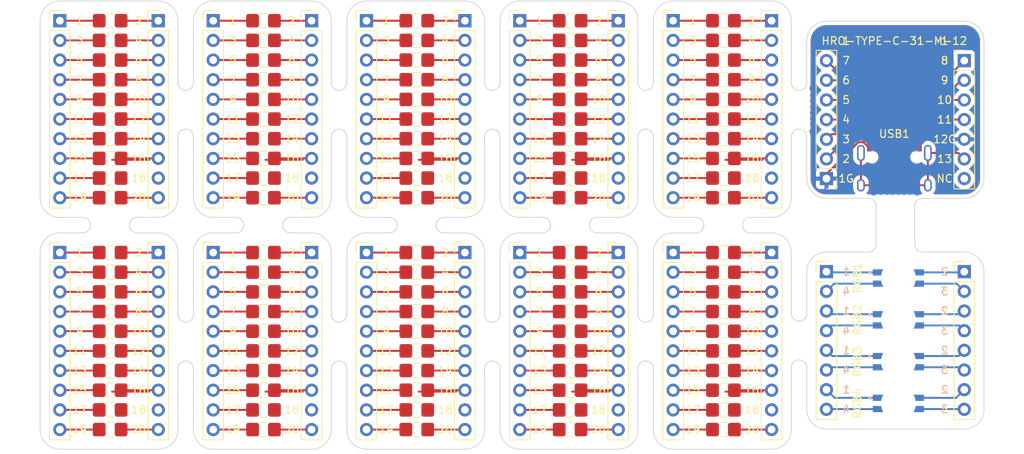
<source format=kicad_pcb>
(kicad_pcb (version 20211014) (generator pcbnew)
  (layers (0 "F.Cu" signal) (31 "B.Cu" signal) (34 "B.Paste" user) (35 "F.Paste" user) (36 "B.SilkS" user "B.Silkscreen") (37 "F.SilkS" user "F.Silkscreen") (38 "B.Mask" user) (39 "F.Mask" user) (44 "Edge.Cuts" user))
  (net 0 "")
  (net 1 "Net-(G1-Pad1)")
  (net 2 "Net-(G1-Pad2)")
  (net 3 "Net-(G2-Pad1)")
  (net 4 "Net-(G2-Pad2)")
  (net 5 "Net-(G3-Pad1)")
  (net 6 "Net-(G3-Pad2)")
  (net 7 "Net-(G4-Pad1)")
  (net 8 "Net-(G4-Pad2)")
  (net 9 "Net-(G5-Pad1)")
  (net 10 "Net-(G5-Pad2)")
  (net 11 "Net-(G6-Pad1)")
  (net 12 "Net-(G6-Pad2)")
  (net 13 "Net-(G7-Pad1)")
  (net 14 "Net-(G7-Pad2)")
  (net 15 "Net-(G8-Pad1)")
  (net 16 "Net-(G8-Pad2)")
  (net 17 "Net-(G9-Pad1)")
  (net 18 "Net-(G9-Pad2)")
  (net 19 "Net-(G10-Pad1)")
  (net 20 "Net-(G10-Pad2)")
  (net 21 "Net-(J13-Pad1)")
  (net 22 "Net-(J13-Pad2)")
  (net 23 "Net-(J13-Pad3)")
  (net 24 "Net-(J13-Pad4)")
  (net 25 "Net-(J13-Pad5)")
  (net 26 "Net-(J13-Pad6)")
  (net 27 "Net-(J13-Pad7)")
  (net 28 "Net-(J13-Pad8)")
  (net 29 "Net-(J14-Pad1)")
  (net 30 "Net-(J14-Pad2)")
  (net 31 "Net-(J14-Pad3)")
  (net 32 "Net-(J14-Pad4)")
  (net 33 "Net-(J14-Pad5)")
  (net 34 "Net-(J14-Pad6)")
  (net 35 "Net-(J14-Pad7)")
  (net 36 "Net-(J14-Pad8)")
  (net 37 "GND_2")
  (net 38 "Net-(J18-Pad2)")
  (net 39 "Net-(J18-Pad3)")
  (net 40 "Net-(J18-Pad4)")
  (net 41 "Net-(J25-Pad1)")
  (net 42 "Net-(J25-Pad2)")
  (net 43 "Net-(J25-Pad3)")
  (net 44 "Net-(J25-Pad6)")
  (net 45 "Net-(J18-Pad6)")
  (net 46 "Net-(J18-Pad7)")
  (net 47 "Net-(J18-Pad5)")
  (net 48 "Net-(J25-Pad4)")
  (footprint "Connector_PinHeader_2.54mm:PinHeader_1x10_P2.54mm_Vertical" (layer "F.Cu") (at 121.029999 20.129999)
    (fp_text reference "J40" hide)
    (fp_text value "Conn_01x10_Female")
  )
  (footprint "Breadboard:Generic" (layer "F.Cu") (at 114.795399 35.369999)
    (fp_text reference "G47" hide)
    (fp_text value "Generic_Small")
  )
  (footprint "Breadboard:Generic" (layer "F.Cu") (at 75.235399 35.369999)
    (fp_text reference "G27" hide)
    (fp_text value "Generic_Small")
  )
  (footprint "Breadboard:Generic" (layer "F.Cu") (at 75.235399 62.769999)
    (fp_text reference "G76" hide)
    (fp_text value "Generic_Small")
  )
  (footprint "Breadboard:Generic" (layer "F.Cu") (at 75.235399 67.849999)
    (fp_text reference "G78" hide)
    (fp_text value "Generic_Small")
  )
  (footprint "Breadboard:Generic" (layer "F.Cu") (at 75.235399 42.989999)
    (fp_text reference "G30" hide)
    (fp_text value "Generic_Small")
  )
  (footprint "Breadboard:Generic" (layer "F.Cu") (at 95.015399 65.309999)
    (fp_text reference "G87" hide)
    (fp_text value "Generic_Small")
  )
  (footprint "Breadboard:Generic" (layer "F.Cu") (at 95.015399 57.689999)
    (fp_text reference "G84" hide)
    (fp_text value "Generic_Small")
  )
  (footprint "Breadboard:Generic" (layer "F.Cu") (at 55.455399 27.749999)
    (fp_text reference "G14" hide)
    (fp_text value "Generic_Small")
  )
  (footprint "Breadboard:Generic" (layer "F.Cu") (at 55.455399 25.209999)
    (fp_text reference "G13" hide)
    (fp_text value "Generic_Small")
  )
  (footprint "Connector_PinHeader_2.54mm:PinHeader_1x10_P2.54mm_Vertical" (layer "F.Cu") (at 41.909999 20.129999)
    (fp_text reference "J4" hide)
    (fp_text value "Conn_01x10_Female")
  )
  (footprint "Panelization:mouse-bite-2mm-slot-5mm-width" (layer "F.Cu") (at 65.229999 61.569999 90)
    (fp_text reference "mouse-bite-2mm-slot13" hide)
    (fp_text value "VAL**" hide)
  )
  (footprint "Breadboard:Generic" (layer "F.Cu") (at 55.455399 40.449999)
    (fp_text reference "G19" hide)
    (fp_text value "Generic_Small")
  )
  (footprint "Breadboard:Generic" (layer "F.Cu") (at 35.675399 27.749999)
    (fp_text reference "G4" hide)
    (fp_text value "Generic_Small")
  )
  (footprint "Breadboard:Generic" (layer "F.Cu") (at 35.675399 42.989999)
    (fp_text reference "G10" hide)
    (fp_text value "Generic_Small")
  )
  (footprint "Breadboard:Generic" (layer "F.Cu") (at 35.675399 25.209999)
    (fp_text reference "G3" hide)
    (fp_text value "Generic_Small")
  )
  (footprint "Panelization:mouse-bite-2mm-slot-5mm-width" (layer "F.Cu") (at 85.009999 61.569999 90)
    (fp_text reference "mouse-bite-2mm-slot15" hide)
    (fp_text value "VAL**" hide)
  )
  (footprint "Connector_PinHeader_2.54mm:PinHeader_1x10_P2.54mm_Vertical" (layer "F.Cu") (at 101.249999 50.069999)
    (fp_text reference "J48" hide)
    (fp_text value "Conn_01x10_Female")
  )
  (footprint "Breadboard:Generic" (layer "F.Cu") (at 114.795399 32.829999)
    (fp_text reference "G46" hide)
    (fp_text value "Generic_Small")
  )
  (footprint "Breadboard:Generic" (layer "F.Cu") (at 95.015399 72.929999)
    (fp_text reference "G90" hide)
    (fp_text value "Generic_Small")
  )
  (footprint "Connector_PinHeader_2.54mm:PinHeader_1x10_P2.54mm_Vertical" (layer "F.Cu") (at 29.209999 20.129999)
    (fp_text reference "J2" hide)
    (fp_text value "Conn_01x10_Female")
  )
  (footprint "Panelization:mouse-bite-2mm-slot-5mm-width" (layer "F.Cu") (at 35.669999 46.529999)
    (fp_text reference "mouse-bite-2mm-slot10" hide)
    (fp_text value "VAL**" hide)
  )
  (footprint "Breadboard:Generic" (layer "F.Cu") (at 35.675399 20.129999)
    (fp_text reference "G1" hide)
    (fp_text value "Generic_Small")
  )
  (footprint "Breadboard:Generic" (layer "F.Cu") (at 55.455399 57.689999)
    (fp_text reference "G64" hide)
    (fp_text value "Generic_Small")
  )
  (footprint "Panelization:mouse-bite-2mm-slot-5mm-width-1-side" (layer "F.Cu") (at 137 44.059998 180)
    (fp_text reference "mouse-bite-2mm-slot" hide)
    (fp_text value "VAL**" hide)
  )
  (footprint "Breadboard:Generic" (layer "F.Cu") (at 35.675399 65.309999)
    (fp_text reference "G57" hide)
    (fp_text value "Generic_Small")
  )
  (footprint "Breadboard:Generic" (layer "F.Cu") (at 95.015399 27.749999)
    (fp_text reference "G34" hide)
    (fp_text value "Generic_Small")
  )
  (footprint "Breadboard:Generic" (layer "F.Cu") (at 55.455399 62.769999)
    (fp_text reference "G66" hide)
    (fp_text value "Generic_Small")
  )
  (footprint "Breadboard:Generic" (layer "F.Cu") (at 114.795399 20.129999)
    (fp_text reference "G41" hide)
    (fp_text value "Generic_Small")
  )
  (footprint "Breadboard:Generic" (layer "F.Cu") (at 35.675399 37.909999)
    (fp_text reference "G8" hide)
    (fp_text value "Generic_Small")
  )
  (footprint "Panelization:mouse-bite-2mm-slot-5mm-width" (layer "F.Cu") (at 95.009999 46.529999)
    (fp_text reference "mouse-bite-2mm-slot16" hide)
    (fp_text value "VAL**" hide)
  )
  (footprint "Panelization:mouse-bite-2mm-slot-5mm-width-1-side" (layer "F.Cu") (at 137 49)
    (fp_text reference "mouse-bite-2mm-slot" hide)
    (fp_text value "VAL**" hide)
  )
  (footprint "Connector_PinHeader_2.54mm:PinHeader_1x10_P2.54mm_Vertical" (layer "F.Cu") (at 88.549999 20.129999)
    (fp_text reference "J37" hide)
    (fp_text value "Conn_01x10_Female")
  )
  (footprint "Panelization:mouse-bite-2mm-slot-5mm-width" (layer "F.Cu") (at 114.789999 46.529999)
    (fp_text reference "mouse-bite-2mm-slot18" hide)
    (fp_text value "VAL**" hide)
  )
  (footprint "Connector_PinHeader_2.54mm:PinHeader_1x10_P2.54mm_Vertical" (layer "F.Cu") (at 61.689999 20.129999)
    (fp_text reference "J34" hide)
    (fp_text value "Conn_01x10_Female")
  )
  (footprint "Breadboard:Generic" (layer "F.Cu") (at 95.015399 52.609999)
    (fp_text reference "G82" hide)
    (fp_text value "Generic_Small")
  )
  (footprint "Breadboard:Generic" (layer "F.Cu") (at 55.455399 35.369999)
    (fp_text reference "G17" hide)
    (fp_text value "Generic_Small")
  )
  (footprint "Breadboard:Generic" (layer "F.Cu") (at 55.455399 60.229999)
    (fp_text reference "G65" hide)
    (fp_text value "Generic_Small")
  )
  (footprint "Breadboard:Generic" (layer "F.Cu") (at 114.795399 60.229999)
    (fp_text reference "G95" hide)
    (fp_text value "Generic_Small")
  )
  (footprint "Type-C:HRO-TYPE-C-31-M-12" (layer "F.Cu") (at 136.870001 43.984998)
    (fp_text reference "USB1")
    (fp_text value "HRO-TYPE-C-31-M-12")
  )
  (footprint "Breadboard:Generic" (layer "F.Cu") (at 55.455399 72.929999)
    (fp_text reference "G70" hide)
    (fp_text value "Generic_Small")
  )
  (footprint "Connector_PinHeader_2.54mm:PinHeader_1x10_P2.54mm_Vertical" (layer "F.Cu") (at 61.689999 50.069999)
    (fp_text reference "J44" hide)
    (fp_text value "Conn_01x10_Female")
  )
  (footprint "Breadboard:Generic" (layer "F.Cu") (at 35.675399 70.389999)
    (fp_text reference "G59" hide)
    (fp_text value "Generic_Small")
  )
  (footprint "Breadboard:Generic" (layer "F.Cu") (at 95.015399 60.229999)
    (fp_text reference "G85" hide)
    (fp_text value "Generic_Small")
  )
  (footprint "Breadboard:Generic" (layer "F.Cu") (at 114.795399 67.849999)
    (fp_text reference "G98" hide)
    (fp_text value "Generic_Small")
  )
  (footprint "Breadboard:Generic" (layer "F.Cu") (at 75.235399 27.749999)
    (fp_text reference "G24" hide)
    (fp_text value "Generic_Small")
  )
  (footprint "Breadboard:Generic" (layer "F.Cu") (at 35.675399 22.669999)
    (fp_text reference "G2" hide)
    (fp_text value "Generic_Small")
  )
  (footprint "Breadboard:Generic" (layer "F.Cu") (at 55.455399 37.909999)
    (fp_text reference "G18" hide)
    (fp_text value "Generic_Small")
  )
  (footprint "Connector_PinHeader_2.54mm:PinHeader_1x10_P2.54mm_Vertical" (layer "F.Cu") (at 29.209999 50.069999)
    (fp_text reference "J41" hide)
    (fp_text value "Conn_01x10_Female")
  )
  (footprint "Breadboard:Generic" (layer "F.Cu") (at 95.015399 20.129999)
    (fp_text reference "G31" hide)
    (fp_text value "Generic_Small")
  )
  (footprint "Breadboard:Generic" (layer "F.Cu") (at 75.235399 72.929999)
    (fp_text reference "G80" hide)
    (fp_text value "Generic_Small")
  )
  (footprint "Breadboard:Generic" (layer "F.Cu") (at 55.455399 65.309999)
    (fp_text reference "G67" hide)
    (fp_text value "Generic_Small")
  )
  (footprint "Breadboard:Generic" (layer "F.Cu") (at 35.675399 72.929999)
    (fp_text reference "G60" hide)
    (fp_text value "Generic_Small")
  )
  (footprint "Breadboard:Generic" (layer "F.Cu") (at 75.235399 30.289999)
    (fp_text reference "G25" hide)
    (fp_text value "Generic_Small")
  )
  (footprint "Connector_PinHeader_2.54mm:PinHeader_1x10_P2.54mm_Vertical" (layer "F.Cu") (at 108.329999 20.129999)
    (fp_text reference "J39" hide)
    (fp_text value "Conn_01x10_Female")
  )
  (footprint "Breadboard:Generic" (layer "F.Cu") (at 75.235399 55.149999)
    (fp_text reference "G73" hide)
    (fp_text value "Generic_Small")
  )
  (footprint "Connector_PinHeader_2.54mm:PinHeader_1x10_P2.54mm_Vertical" (layer "F.Cu") (at 101.249999 20.129999)
    (fp_text reference "J38" hide)
    (fp_text value "Conn_01x10_Female")
  )
  (footprint "Breadboard:Generic" (layer "F.Cu") (at 95.015399 37.909999)
    (fp_text reference "G38" hide)
    (fp_text value "Generic_Small")
  )
  (footprint "Breadboard:Generic" (layer "F.Cu") (at 35.675399 55.149999)
    (fp_text reference "G53" hide)
    (fp_text value "Generic_Small")
  )
  (footprint "Connector_PinHeader_2.54mm:PinHeader_1x10_P2.54mm_Vertical" (layer "F.Cu") (at 81.469999 20.129999)
    (fp_text reference "J36" hide)
    (fp_text value "Conn_01x10_Female")
  )
  (footprint "Breadboard:Generic" (layer "F.Cu") (at 75.235399 25.209999)
    (fp_text reference "G23" hide)
    (fp_text value "Generic_Small")
  )
  (footprint "Connector_PinHeader_2.54mm:PinHeader_1x10_P2.54mm_Vertical" (layer "F.Cu") (at 41.909999 50.069999)
    (fp_text reference "J42" hide)
    (fp_text value "Conn_01x10_Female")
  )
  (footprint "Breadboard:Generic" (layer "F.Cu") (at 75.235399 32.829999)
    (fp_text reference "G26" hide)
    (fp_text value "Generic_Small")
  )
  (footprint "Breadboard:Generic" (layer "F.Cu") (at 75.235399 20.129999)
    (fp_text reference "G21" hide)
    (fp_text value "Generic_Small")
  )
  (footprint "Breadboard:Generic" (layer "F.Cu") (at 35.675399 62.769999)
    (fp_text reference "G56" hide)
    (fp_text value "Generic_Small")
  )
  (footprint "Breadboard:Generic" (layer "F.Cu") (at 35.675399 35.369999)
    (fp_text reference "G7" hide)
    (fp_text value "Generic_Small")
  )
  (footprint "Connector_PinHeader_2.54mm:PinHeader_1x10_P2.54mm_Vertical" (layer "F.Cu") (at 68.769999 50.069999)
    (fp_text reference "J45" hide)
    (fp_text value "Conn_01x10_Female")
  )
  (footprint "Breadboard:Generic" (layer "F.Cu") (at 95.015399 40.449999)
    (fp_text reference "G39" hide)
    (fp_text value "Generic_Small")
  )
  (footprint "Breadboard:Generic" (layer "F.Cu") (at 95.015399 55.149999)
    (fp_text reference "G83" hide)
    (fp_text value "Generic_Small")
  )
  (footprint "Breadboard:Generic" (layer "F.Cu") (at 75.235399 70.389999)
    (fp_text reference "G79" hide)
    (fp_text value "Generic_Small")
  )
  (footprint "Breadboard:Generic" (layer "F.Cu") (at 95.015399 62.769999)
    (fp_text reference "G86" hide)
    (fp_text value "Generic_Small")
  )
  (footprint "Breadboard:Generic" (layer "F.Cu") (at 95.015399 70.389999)
    (fp_text reference "G89" hide)
    (fp_text value "Generic_Small")
  )
  (footprint "Breadboard:Generic" (layer "F.Cu") (at 55.455399 67.849999)
    (fp_text reference "G68" hide)
    (fp_text value "Generic_Small")
  )
  (footprint "Breadboard:Generic" (layer "F.Cu") (at 55.455399 22.669999)
    (fp_text reference "G12" hide)
    (fp_text value "Generic_Small")
  )
  (footprint "Panelization:mouse-bite-2mm-slot-5mm-width" (layer "F.Cu") (at 124.57 61.43 -90)
    (fp_text reference "mouse-bite-2mm-slot" hide)
    (fp_text value "VAL**" hide)
  )
  (footprint "Breadboard:Generic" (layer "F.Cu") (at 35.675399 60.229999)
    (fp_text reference "G55" hide)
    (fp_text value "Generic_Small")
  )
  (footprint "Breadboard:Generic" (layer "F.Cu") (at 114.795399 62.769999)
    (fp_text reference "G96" hide)
    (fp_text value "Generic_Small")
  )
  (footprint "Breadboard:Generic" (layer "F.Cu") (at 114.795399 70.389999)
    (fp_text reference "G99" hide)
    (fp_text value "Generic_Small")
  )
  (footprint "Breadboard:Generic" (layer "F.Cu") (at 114.795399 25.209999)
    (fp_text reference "G43" hide)
    (fp_text value "Generic_Small")
  )
  (footprint "Connector_PinHeader_2.54mm:PinHeader_1x10_P2.54mm_Vertical" (layer "F.Cu") (at 121.029999 50.069999)
    (fp_text reference "J50" hide)
    (fp_text value "Conn_01x10_Female")
  )
  (footprint "Connector_PinHeader_2.54mm:PinHeader_1x08_P2.54mm_Vertical" (layer "F.Cu") (at 128.11 52.54)
    (fp_text reference "J13" hide)
    (fp_text value "Conn_01x08_Female")
  )
  (footprint "Breadboard:Generic" (layer "F.Cu") (at 75.235399 40.449999)
    (fp_text reference "G29" hide)
    (fp_text value "Generic_Small")
  )
  (footprint "Breadboard:Generic" (layer "F.Cu") (at 114.795399 37.909999)
    (fp_text reference "G48" hide)
    (fp_text value "Generic_Small")
  )
  (footprint "Panelization:mouse-bite-2mm-slot-5mm-width" (layer "F.Cu") (at 75.229999 46.529999)
    (fp_text reference "mouse-bite-2mm-slot14" hide)
    (fp_text value "VAL**" hide)
  )
  (footprint "Breadboard:Generic" (layer "F.Cu") (at 114.795399 22.669999)
    (fp_text reference "G42" hide)
    (fp_text value "Generic_Small")
  )
  (footprint "Breadboard:Generic" (layer "F.Cu") (at 35.675399 32.829999)
    (fp_text reference "G6" hide)
    (fp_text value "Generic_Small")
  )
  (footprint "Breadboard:Generic" (layer "F.Cu") (at 114.795399 40.449999)
    (fp_text reference "G49" hide)
    (fp_text value "Generic_Small")
  )
  (footprint "Panelization:mouse-bite-2mm-slot-5mm-width" (layer "F.Cu") (at 104.789999 61.569999 90)
    (fp_text reference "mouse-bite-2mm-slot17" hide)
    (fp_text value "VAL**" hide)
  )
  (footprint "Connector_PinHeader_2.54mm:PinHeader_1x10_P2.54mm_Vertical" (layer "F.Cu") (at 88.549999 50.069999)
    (fp_text reference "J47" hide)
    (fp_text value "Conn_01x10_Female")
  )
  (footprint "Breadboard:Generic" (layer "F.Cu") (at 114.795399 55.149999)
    (fp_text reference "G93" hide)
    (fp_text value "Generic_Small")
  )
  (footprint "Panelization:mouse-bite-2mm-slot-5mm-width" (layer "F.Cu") (at 45.449999 31.629999 90)
    (fp_text reference "mouse-bite-2mm-slot1" hide)
    (fp_text value "VAL**" hide)
  )
  (footprint "Connector_PinHeader_2.54mm:PinHeader_1x07_P2.54mm_Vertical" (layer "F.Cu") (at 145.890001 25.279998)
    (fp_text reference "J25" hide)
    (fp_text value "Conn_01x07_Female")
  )
  (footprint "Breadboard:Generic" (layer "F.Cu") (at 75.235399 52.609999)
    (fp_text reference "G72" hide)
    (fp_text value "Generic_Small")
  )
  (footprint "Breadboard:Generic" (layer "F.Cu") (at 75.235399 60.229999)
    (fp_text reference "G75" hide)
    (fp_text value "Generic_Small")
  )
  (footprint "Connector_PinHeader_2.54mm:PinHeader_1x10_P2.54mm_Vertical" (layer "F.Cu") (at 68.769999 20.129999)
    (fp_text reference "J35" hide)
    (fp_text value "Conn_01x10_Female")
  )
  (footprint "Breadboard:Generic" (layer "F.Cu") (at 35.675399 40.449999)
    (fp_text reference "G9" hide)
    (fp_text value "Generic_Small")
  )
  (footprint "Breadboard:Generic" (layer "F.Cu") (at 55.455399 32.829999)
    (fp_text reference "G16" hide)
    (fp_text value "Generic_Small")
  )
  (footprint "Connector_PinHeader_2.54mm:PinHeader_1x10_P2.54mm_Vertical" (layer "F.Cu") (at 81.469999 50.069999)
    (fp_text reference "J46" hide)
    (fp_text value "Conn_01x10_Female")
  )
  (footprint "Connector_PinHeader_2.54mm:PinHeader_1x08_P2.54mm_Vertical" (layer "F.Cu") (at 145.89 52.54)
    (fp_text reference "J14" hide)
    (fp_text value "Conn_01x08_Female")
  )
  (footprint "Panelization:mouse-bite-2mm-slot-5mm-width" (layer "F.Cu") (at 124.57 31.629998 -90)
    (fp_text reference "mouse-bite-2mm-slot" hide)
    (fp_text value "VAL**" hide)
  )
  (footprint "Breadboard:Generic" (layer "F.Cu") (at 55.455399 55.149999)
    (fp_text reference "G63" hide)
    (fp_text value "Generic_Small")
  )
  (footprint "Panelization:mouse-bite-2mm-slot-5mm-width" (layer "F.Cu") (at 55.449999 46.529999)
    (fp_text reference "mouse-bite-2mm-slot12" hide)
    (fp_text value "VAL**" hide)
  )
  (footprint "Breadboard:Generic" (layer "F.Cu") (at 95.015399 67.849999)
    (fp_text reference "G88" hide)
    (fp_text value "Generic_Small")
  )
  (footprint "Connector_PinHeader_2.54mm:PinHeader_1x10_P2.54mm_Vertical" (layer "F.Cu") (at 108.329999 50.069999)
    (fp_text reference "J49" hide)
    (fp_text value "Conn_01x10_Female")
  )
  (footprint "Breadboard:Generic" (layer "F.Cu") (at 55.455399 52.609999)
    (fp_text reference "G62" hide)
    (fp_text value "Generic_Small")
  )
  (footprint "Breadboard:Generic" (layer "F.Cu") (at 114.795399 65.309999)
    (fp_text reference "G97" hide)
    (fp_text value "Generic_Small")
  )
  (footprint "Breadboard:Generic" (layer "F.Cu") (at 95.015399 35.369999)
    (fp_text reference "G37" hide)
    (fp_text value "Generic_Small")
  )
  (footprint "Breadboard:Generic" (layer "F.Cu") (at 35.675399 30.289999)
    (fp_text reference "G5" hide)
    (fp_text value "Generic_Small")
  )
  (footprint "Breadboard:Generic" (layer "F.Cu") (at 114.795399 57.689999)
    (fp_text reference "G94" hide)
    (fp_text value "Generic_Small")
  )
  (footprint "Breadboard:Generic" (layer "F.Cu") (at 75.235399 37.909999)
    (fp_text reference "G28" hide)
    (fp_text value "Generic_Small")
  )
  (footprint "Breadboard:Generic" (layer "F.Cu") (at 55.455399 70.389999)
    (fp_text reference "G69" hide)
    (fp_text value "Generic_Small")
  )
  (footprint "Breadboard:Generic" (layer "F.Cu") (at 55.455399 30.289999)
    (fp_text reference "G15" hide)
    (fp_text value "Generic_Small")
  )
  (footprint "Panelization:mouse-bite-2mm-slot-5mm-width" (layer "F.Cu") (at 45.449999 61.569999 90)
    (fp_text reference "mouse-bite-2mm-slot11" hide)
    (fp_text value "VAL**" hide)
  )
  (footprint "Connector_PinHeader_2.54mm:PinHeader_1x07_P2.54mm_Vertical" (layer "F.Cu") (at 128.110001 40.519998 180)
    (fp_text reference "J18" hide)
    (fp_text value "Conn_01x07_Female")
  )
  (footprint "Breadboard:Generic" (layer "F.Cu") (at 114.795399 30.289999)
    (fp_text reference "G45" hide)
    (fp_text value "Generic_Small")
  )
  (footprint "Breadboard:Generic" (layer "F.Cu") (at 114.795399 52.609999)
    (fp_text reference "G92" hide)
    (fp_text value "Generic_Small")
  )
  (footprint "Breadboard:Generic" (layer "F.Cu") (at 55.455399 50.069999)
    (fp_text reference "G61" hide)
    (fp_text value "Generic_Small")
  )
  (footprint "Breadboard:Generic" (layer "F.Cu") (at 95.015399 32.829999)
    (fp_text reference "G36" hide)
    (fp_text value "Generic_Small")
  )
  (footprint "Breadboard:Generic" (layer "F.Cu") (at 75.235399 50.069999)
    (fp_text reference "G71" hide)
    (fp_text value "Generic_Small")
  )
  (footprint "Breadboard:Generic" (layer "F.Cu") (at 35.675399 52.609999)
    (fp_text reference "G52" hide)
    (fp_text value "Generic_Small")
  )
  (footprint "Breadboard:Generic" (layer "F.Cu") (at 75.235399 65.309999)
    (fp_text reference "G77" hide)
    (fp_text value "Generic_Small")
  )
  (footprint "Breadboard:Generic" (layer "F.Cu") (at 95.015399 25.209999)
    (fp_text reference "G33" hide)
    (fp_text value "Generic_Small")
  )
  (footprint "Breadboard:Generic" (layer "F.Cu") (at 95.015399 42.989999)
    (fp_text reference "G40" hide)
    (fp_text value "Generic_Small")
  )
  (footprint "Breadboard:Generic" (layer "F.Cu") (at 114.795399 72.929999)
    (fp_text reference "G100" hide)
    (fp_text value "Generic_Small")
  )
  (footprint "Breadboard:Generic" (layer "F.Cu") (at 35.675399 57.689999)
    (fp_text reference "G54" hide)
    (fp_text value "Generic_Small")
  )
  (footprint "Connector_PinHeader_2.54mm:PinHeader_1x10_P2.54mm_Vertical" (layer "F.Cu") (at 48.989999 20.129999)
    (fp_text reference "J33" hide)
    (fp_text value "Conn_01x10_Female")
  )
  (footprint "Breadboard:Generic" (layer "F.Cu") (at 55.455399 20.129999)
    (fp_text reference "G11" hide)
    (fp_text value "Generic_Small")
  )
  (footprint "Breadboard:Generic" (layer "F.Cu") (at 114.795399 50.069999)
    (fp_text reference "G91" hide)
    (fp_text value "Generic_Small")
  )
  (footprint "Breadboard:Generic" (layer "F.Cu") (at 95.015399 50.069999)
    (fp_text reference "G81" hide)
    (fp_text value "Generic_Small")
  )
  (footprint "Panelization:mouse-bite-2mm-slot-5mm-width" (layer "F.Cu") (at 85.009999 31.629999 90)
    (fp_text reference "mouse-bite-2mm-slot5" hide)
    (fp_text value "VAL**" hide)
  )
  (footprint "Breadboard:Generic" (layer "F.Cu") (at 35.675399 50.069999)
    (fp_text reference "G51" hide)
    (fp_text value "Generic_Small")
  )
  (footprint "Breadboard:Generic" (layer "F.Cu") (at 55.455399 42.989999)
    (fp_text reference "G20" hide)
    (fp_text value "Generic_Small")
  )
  (footprint "Breadboard:Generic" (layer "F.Cu") (at 35.675399 67.849999)
    (fp_text reference "G58" hide)
    (fp_text value "Generic_Small")
  )
  (footprint "Breadboard:Generic" (layer "F.Cu") (at 114.795399 42.989999)
    (fp_text reference "G50" hide)
    (fp_text value "Generic_Small")
  )
  (footprint "Breadboard:Generic" (layer "F.Cu") (at 95.015399 30.289999)
    (fp_text reference "G35" hide)
    (fp_text value "Generic_Small")
  )
  (footprint "Breadboard:Generic" (layer "F.Cu") (at 114.795399 27.749999)
    (fp_text reference "G44" hide)
    (fp_text value "Generic_Small")
  )
  (footprint "Breadboard:Generic" (layer "F.Cu") (at 75.235399 22.669999)
    (fp_text reference "G22" hide)
    (fp_text value "Generic_Small")
  )
  (footprint "Breadboard:Generic" (layer "F.Cu") (at 95.015399 22.669999)
    (fp_text reference "G32" hide)
    (fp_text value "Generic_Small")
  )
  (footprint "Panelization:mouse-bite-2mm-slot-5mm-width" (layer "F.Cu") (at 65.229999 31.629999 90)
    (fp_text reference "mouse-bite-2mm-slot3" hide)
    (fp_text value "VAL**" hide)
  )
  (footprint "Panelization:mouse-bite-2mm-slot-5mm-width" (layer "F.Cu") (at 104.789999 31.629999 90)
    (fp_text reference "mouse-bite-2mm-slot7" hide)
    (fp_text value "VAL**" hide)
  )
  (footprint "Breadboard:Generic" (layer "F.Cu") (at 75.235399 57.689999)
    (fp_text reference "G74" hide)
    (fp_text value "Generic_Small")
  )
  (footprint "Connector_PinHeader_2.54mm:PinHeader_1x10_P2.54mm_Vertical" (layer "F.Cu") (at 48.989999 50.069999)
    (fp_text reference "J43" hide)
    (fp_text value "Conn_01x10_Female")
  )
  (footprint "SamacSys_Parts:QBLP677R-RGB" (layer "B.Cu") (at 137.39 64.16 180)
    (fp_text reference "RGB3")
    (fp_text value "LED_BGRA" hide)
  )
  (footprint "SamacSys_Parts:QBLP677R-RGB" (layer "B.Cu") (at 137.39 69.56 180)
    (fp_text reference "RGB4")
    (fp_text value "LED_BGRA" hide)
  )
  (footprint "SamacSys_Parts:QBLP677R-RGB" (layer "B.Cu") (at 137.39 53.36 180)
    (fp_text reference "RGB1")
    (fp_text value "LED_BGRA" hide)
  )
  (footprint "SamacSys_Parts:QBLP677R-RGB" (layer "B.Cu") (at 137.39 58.76 180)
    (fp_text reference "RGB2")
    (fp_text value "LED_BGRA" hide)
  )
  (gr_line (start 103.79 42.99) (end 103.789999 35.129999) (layer "Edge.Cuts") (width 0.1))
  (gr_arc (start 48.989998 45.53) (mid 47.193947 44.786051) (end 46.449998 42.99) (layer "Edge.Cuts") (width 0.1))
  (gr_arc (start 44.449999 35.129999) (mid 45.449999 34.129999) (end 46.449999 35.129999) (layer "Edge.Cuts") (width 0.1))
  (gr_arc (start 64.23 42.99) (mid 63.486051 44.786051) (end 61.69 45.53) (layer "Edge.Cuts") (width 0.1))
  (gr_line (start 125.57 35.129998) (end 125.57 40.519999) (layer "Edge.Cuts") (width 0.1))
  (gr_line (start 48.989998 45.53) (end 51.949999 45.529999) (layer "Edge.Cuts") (width 0.1))
  (gr_arc (start 88.549998 45.53) (mid 86.753947 44.786051) (end 86.009998 42.99) (layer "Edge.Cuts") (width 0.1))
  (gr_line (start 140.5 43.059998) (end 145.890001 43.059998) (layer "Edge.Cuts") (width 0.1))
  (gr_line (start 46.449999 58.069999) (end 46.449999 50.069999) (layer "Edge.Cuts") (width 0.1))
  (gr_arc (start 101.25 47.529998) (mid 103.046051 48.273947) (end 103.79 50.069998) (layer "Edge.Cuts") (width 0.1))
  (gr_arc (start 68.769998 75.47) (mid 66.973947 74.726051) (end 66.229998 72.93) (layer "Edge.Cuts") (width 0.1))
  (gr_line (start 68.769998 75.47) (end 81.47 75.47) (layer "Edge.Cuts") (width 0.1))
  (gr_arc (start 86.009999 58.069999) (mid 85.009999 59.069999) (end 84.009999 58.069999) (layer "Edge.Cuts") (width 0.1))
  (gr_line (start 98.509999 45.529999) (end 101.25 45.53) (layer "Edge.Cuts") (width 0.1))
  (gr_line (start 123.57 57.93) (end 123.57 50.069998) (layer "Edge.Cuts") (width 0.1))
  (gr_arc (start 26.669999 50.069999) (mid 27.413948 48.273948) (end 29.209999 47.529999) (layer "Edge.Cuts") (width 0.1))
  (gr_line (start 103.789999 28.129999) (end 103.79 20.129998) (layer "Edge.Cuts") (width 0.1))
  (gr_line (start 88.549999 17.589999) (end 101.25 17.589998) (layer "Edge.Cuts") (width 0.1))
  (gr_line (start 66.229999 58.069999) (end 66.229999 50.069999) (layer "Edge.Cuts") (width 0.1))
  (gr_arc (start 125.57 28.129998) (mid 124.57 29.129998) (end 123.57 28.129998) (layer "Edge.Cuts") (width 0.1))
  (gr_arc (start 66.229999 20.129999) (mid 66.973948 18.333948) (end 68.769999 17.589999) (layer "Edge.Cuts") (width 0.1))
  (gr_arc (start 64.229999 65.069999) (mid 65.229999 64.069999) (end 66.229999 65.069999) (layer "Edge.Cuts") (width 0.1))
  (gr_arc (start 66.229999 50.069999) (mid 66.973948 48.273948) (end 68.769999 47.529999) (layer "Edge.Cuts") (width 0.1))
  (gr_line (start 98.509999 47.529999) (end 101.25 47.529998) (layer "Edge.Cuts") (width 0.1))
  (gr_line (start 139.5 49) (end 139.5 44.059998) (layer "Edge.Cuts") (width 0.1))
  (gr_line (start 84.009999 28.129999) (end 84.01 20.129998) (layer "Edge.Cuts") (width 0.1))
  (gr_arc (start 133.5 43.059998) (mid 134.207107 43.352891) (end 134.5 44.059998) (layer "Edge.Cuts") (width 0.1))
  (gr_arc (start 71.729999 45.529999) (mid 72.729999 46.529999) (end 71.729999 47.529999) (layer "Edge.Cuts") (width 0.1))
  (gr_arc (start 148.43 70.32) (mid 147.686051 72.116051) (end 145.89 72.86) (layer "Edge.Cuts") (width 0.1))
  (gr_arc (start 125.57 57.93) (mid 124.57 58.93) (end 123.57 57.93) (layer "Edge.Cuts") (width 0.1))
  (gr_line (start 118.289999 45.529999) (end 121.03 45.53) (layer "Edge.Cuts") (width 0.1))
  (gr_line (start 105.789999 35.129999) (end 105.789999 42.989999) (layer "Edge.Cuts") (width 0.1))
  (gr_arc (start 140.5 50) (mid 139.792893 49.707107) (end 139.5 49) (layer "Edge.Cuts") (width 0.1))
  (gr_arc (start 103.789999 65.069999) (mid 104.789999 64.069999) (end 105.789999 65.069999) (layer "Edge.Cuts") (width 0.1))
  (gr_line (start 123.57 72.93) (end 123.57 64.93) (layer "Edge.Cuts") (width 0.1))
  (gr_arc (start 68.769998 45.53) (mid 66.973947 44.786051) (end 66.229998 42.99) (layer "Edge.Cuts") (width 0.1))
  (gr_arc (start 61.69 47.529998) (mid 63.486051 48.273947) (end 64.23 50.069998) (layer "Edge.Cuts") (width 0.1))
  (gr_arc (start 84.009999 35.129999) (mid 85.009999 34.129999) (end 86.009999 35.129999) (layer "Edge.Cuts") (width 0.1))
  (gr_arc (start 103.79 42.99) (mid 103.046051 44.786051) (end 101.25 45.53) (layer "Edge.Cuts") (width 0.1))
  (gr_line (start 68.769999 17.589999) (end 81.47 17.589998) (layer "Edge.Cuts") (width 0.1))
  (gr_line (start 86.009999 65.069999) (end 86.009999 72.929999) (layer "Edge.Cuts") (width 0.1))
  (gr_line (start 128.11 72.86) (end 145.89 72.86) (layer "Edge.Cuts") (width 0.1))
  (gr_arc (start 123.57 64.93) (mid 124.57 63.93) (end 125.57 64.93) (layer "Edge.Cuts") (width 0.1))
  (gr_line (start 29.209999 17.589999) (end 41.91 17.589998) (layer "Edge.Cuts") (width 0.1))
  (gr_arc (start 91.509999 45.529999) (mid 92.509999 46.529999) (end 91.509999 47.529999) (layer "Edge.Cuts") (width 0.1))
  (gr_line (start 118.289999 47.529999) (end 121.03 47.529998) (layer "Edge.Cuts") (width 0.1))
  (gr_line (start 44.45 42.99) (end 44.449999 35.129999) (layer "Edge.Cuts") (width 0.1))
  (gr_line (start 64.229999 58.069999) (end 64.23 50.069998) (layer "Edge.Cuts") (width 0.1))
  (gr_arc (start 46.449999 28.129999) (mid 45.449999 29.129999) (end 44.449999 28.129999) (layer "Edge.Cuts") (width 0.1))
  (gr_arc (start 81.47 17.589998) (mid 83.266051 18.333947) (end 84.01 20.129998) (layer "Edge.Cuts") (width 0.1))
  (gr_line (start 140.5 50) (end 145.89 50) (layer "Edge.Cuts") (width 0.1))
  (gr_arc (start 103.789999 35.129999) (mid 104.789999 34.129999) (end 105.789999 35.129999) (layer "Edge.Cuts") (width 0.1))
  (gr_arc (start 101.25 17.589998) (mid 103.046051 18.333947) (end 103.79 20.129998) (layer "Edge.Cuts") (width 0.1))
  (gr_arc (start 86.009999 28.129999) (mid 85.009999 29.129999) (end 84.009999 28.129999) (layer "Edge.Cuts") (width 0.1))
  (gr_arc (start 32.169999 45.529999) (mid 33.169999 46.529999) (end 32.169999 47.529999) (layer "Edge.Cuts") (width 0.1))
  (gr_line (start 44.449999 28.129999) (end 44.45 20.129998) (layer "Edge.Cuts") (width 0.1))
  (gr_line (start 29.209998 45.53) (end 32.169999 45.529999) (layer "Edge.Cuts") (width 0.1))
  (gr_line (start 46.449999 65.069999) (end 46.449999 72.929999) (layer "Edge.Cuts") (width 0.1))
  (gr_line (start 64.23 42.99) (end 64.229999 35.129999) (layer "Edge.Cuts") (width 0.1))
  (gr_line (start 86.009999 28.129999) (end 86.009999 20.129999) (layer "Edge.Cuts") (width 0.1))
  (gr_line (start 44.449999 65.069999) (end 44.45 72.93) (layer "Edge.Cuts") (width 0.1))
  (gr_line (start 148.43 70.32) (end 148.43 52.54) (layer "Edge.Cuts") (width 0.1))
  (gr_arc (start 125.570001 22.739998) (mid 126.31395 20.943947) (end 128.110001 20.199998) (layer "Edge.Cuts") (width 0.1))
  (gr_arc (start 26.669999 20.129999) (mid 27.413948 18.333948) (end 29.209999 17.589999) (layer "Edge.Cuts") (width 0.1))
  (gr_arc (start 123.57 72.93) (mid 122.826051 74.726051) (end 121.03 75.47) (layer "Edge.Cuts") (width 0.1))
  (gr_line (start 84.01 72.93) (end 84.009999 65.069999) (layer "Edge.Cuts") (width 0.1))
  (gr_arc (start 78.729999 47.529999) (mid 77.729999 46.529999) (end 78.729999 45.529999) (layer "Edge.Cuts") (width 0.1))
  (gr_arc (start 145.890001 20.199998) (mid 147.686052 20.943947) (end 148.430001 22.739998) (layer "Edge.Cuts") (width 0.1))
  (gr_line (start 44.449999 58.069999) (end 44.45 50.069998) (layer "Edge.Cuts") (width 0.1))
  (gr_arc (start 139.5 44.059998) (mid 139.792893 43.352891) (end 140.5 43.059998) (layer "Edge.Cuts") (width 0.1))
  (gr_arc (start 123.57 42.99) (mid 122.826051 44.786051) (end 121.03 45.53) (layer "Edge.Cuts") (width 0.1))
  (gr_line (start 145.890001 20.199998) (end 128.110001 20.199998) (layer "Edge.Cuts") (width 0.1))
  (gr_arc (start 105.789999 20.129999) (mid 106.533948 18.333948) (end 108.329999 17.589999) (layer "Edge.Cuts") (width 0.1))
  (gr_arc (start 128.11 72.86) (mid 126.313949 72.116051) (end 125.57 70.32) (layer "Edge.Cuts") (width 0.1))
  (gr_arc (start 51.949999 45.529999) (mid 52.949999 46.529999) (end 51.949999 47.529999) (layer "Edge.Cuts") (width 0.1))
  (gr_arc (start 98.509999 47.529999) (mid 97.509999 46.529999) (end 98.509999 45.529999) (layer "Edge.Cuts") (width 0.1))
  (gr_arc (start 134.5 49) (mid 134.207107 49.707107) (end 133.5 50) (layer "Edge.Cuts") (width 0.1))
  (gr_arc (start 66.229999 28.129999) (mid 65.229999 29.129999) (end 64.229999 28.129999) (layer "Edge.Cuts") (width 0.1))
  (gr_line (start 88.549998 75.47) (end 101.25 75.47) (layer "Edge.Cuts") (width 0.1))
  (gr_line (start 32.169999 47.529999) (end 29.209999 47.529999) (layer "Edge.Cuts") (width 0.1))
  (gr_arc (start 111.289999 45.529999) (mid 112.289999 46.529999) (end 111.289999 47.529999) (layer "Edge.Cuts") (width 0.1))
  (gr_arc (start 121.03 47.529998) (mid 122.826051 48.273947) (end 123.57 50.069998) (layer "Edge.Cuts") (width 0.1))
  (gr_arc (start 58.949999 47.529999) (mid 57.949999 46.529999) (end 58.949999 45.529999) (layer "Edge.Cuts") (width 0.1))
  (gr_line (start 108.329998 45.53) (end 111.289999 45.529999) (layer "Edge.Cuts") (width 0.1))
  (gr_arc (start 105.789999 50.069999) (mid 106.533948 48.273948) (end 108.329999 47.529999) (layer "Edge.Cuts") (width 0.1))
  (gr_line (start 128.11 43.059999) (end 133.5 43.059998) (layer "Edge.Cuts") (width 0.1))
  (gr_line (start 48.989999 17.589999) (end 61.69 17.589998) (layer "Edge.Cuts") (width 0.1))
  (gr_arc (start 46.449999 50.069999) (mid 47.193948 48.273948) (end 48.989999 47.529999) (layer "Edge.Cuts") (width 0.1))
  (gr_arc (start 121.03 17.589998) (mid 122.826051 18.333947) (end 123.57 20.129998) (layer "Edge.Cuts") (width 0.1))
  (gr_arc (start 39.169999 47.529999) (mid 38.169999 46.529999) (end 39.169999 45.529999) (layer "Edge.Cuts") (width 0.1))
  (gr_arc (start 61.69 17.589998) (mid 63.486051 18.333947) (end 64.23 20.129998) (layer "Edge.Cuts") (width 0.1))
  (gr_line (start 58.949999 47.529999) (end 61.69 47.529998) (layer "Edge.Cuts") (width 0.1))
  (gr_line (start 71.729999 47.529999) (end 68.769999 47.529999) (layer "Edge.Cuts") (width 0.1))
  (gr_arc (start 41.91 47.529998) (mid 43.706051 48.273947) (end 44.45 50.069998) (layer "Edge.Cuts") (width 0.1))
  (gr_line (start 78.729999 47.529999) (end 81.47 47.529998) (layer "Edge.Cuts") (width 0.1))
  (gr_arc (start 48.989998 75.47) (mid 47.193947 74.726051) (end 46.449998 72.93) (layer "Edge.Cuts") (width 0.1))
  (gr_arc (start 108.329998 75.47) (mid 106.533947 74.726051) (end 105.789998 72.93) (layer "Edge.Cuts") (width 0.1))
  (gr_arc (start 103.79 72.93) (mid 103.046051 74.726051) (end 101.25 75.47) (layer "Edge.Cuts") (width 0.1))
  (gr_line (start 68.769998 45.53) (end 71.729999 45.529999) (layer "Edge.Cuts") (width 0.1))
  (gr_arc (start 105.789999 58.069999) (mid 104.789999 59.069999) (end 103.789999 58.069999) (layer "Edge.Cuts") (width 0.1))
  (gr_line (start 108.329998 75.47) (end 121.03 75.47) (layer "Edge.Cuts") (width 0.1))
  (gr_arc (start 86.009999 20.129999) (mid 86.753948 18.333948) (end 88.549999 17.589999) (layer "Edge.Cuts") (width 0.1))
  (gr_line (start 64.229999 28.129999) (end 64.23 20.129998) (layer "Edge.Cuts") (width 0.1))
  (gr_line (start 125.57 57.93) (end 125.57 52.54) (layer "Edge.Cuts") (width 0.1))
  (gr_line (start 78.729999 45.529999) (end 81.47 45.53) (layer "Edge.Cuts") (width 0.1))
  (gr_line (start 108.329999 17.589999) (end 121.03 17.589998) (layer "Edge.Cuts") (width 0.1))
  (gr_line (start 91.509999 47.529999) (end 88.549999 47.529999) (layer "Edge.Cuts") (width 0.1))
  (gr_line (start 58.949999 45.529999) (end 61.69 45.53) (layer "Edge.Cuts") (width 0.1))
  (gr_arc (start 128.11 43.059999) (mid 126.313949 42.31605) (end 125.57 40.519999) (layer "Edge.Cuts") (width 0.1))
  (gr_arc (start 84.01 42.99) (mid 83.266051 44.786051) (end 81.47 45.53) (layer "Edge.Cuts") (width 0.1))
  (gr_arc (start 46.449999 58.069999) (mid 45.449999 59.069999) (end 44.449999 58.069999) (layer "Edge.Cuts") (width 0.1))
  (gr_arc (start 81.47 47.529998) (mid 83.266051 48.273947) (end 84.01 50.069998) (layer "Edge.Cuts") (width 0.1))
  (gr_arc (start 46.449999 20.129999) (mid 47.193948 18.333948) (end 48.989999 17.589999) (layer "Edge.Cuts") (width 0.1))
  (gr_line (start 103.789999 58.069999) (end 103.79 50.069998) (layer "Edge.Cuts") (width 0.1))
  (gr_arc (start 44.45 42.99) (mid 43.706051 44.786051) (end 41.91 45.53) (layer "Edge.Cuts") (width 0.1))
  (gr_line (start 134.5 49) (end 134.5 44.059998) (layer "Edge.Cuts") (width 0.1))
  (gr_line (start 105.789999 65.069999) (end 105.789999 72.929999) (layer "Edge.Cuts") (width 0.1))
  (gr_line (start 26.669999 50.069999) (end 26.669999 72.929999) (layer "Edge.Cuts") (width 0.1))
  (gr_line (start 66.229999 65.069999) (end 66.229999 72.929999) (layer "Edge.Cuts") (width 0.1))
  (gr_line (start 66.229999 28.129999) (end 66.229999 20.129999) (layer "Edge.Cuts") (width 0.1))
  (gr_line (start 86.009999 58.069999) (end 86.009999 50.069999) (layer "Edge.Cuts") (width 0.1))
  (gr_line (start 39.169999 45.529999) (end 41.91 45.53) (layer "Edge.Cuts") (width 0.1))
  (gr_line (start 123.57 28.129998) (end 123.57 20.129998) (layer "Edge.Cuts") (width 0.1))
  (gr_line (start 133.5 50) (end 128.11 50) (layer "Edge.Cuts") (width 0.1))
  (gr_line (start 111.289999 47.529999) (end 108.329999 47.529999) (layer "Edge.Cuts") (width 0.1))
  (gr_line (start 125.57 64.93) (end 125.57 70.32) (layer "Edge.Cuts") (width 0.1))
  (gr_line (start 26.669999 20.129999) (end 26.669999 42.989999) (layer "Edge.Cuts") (width 0.1))
  (gr_arc (start 88.549998 75.47) (mid 86.753947 74.726051) (end 86.009998 72.93) (layer "Edge.Cuts") (width 0.1))
  (gr_arc (start 64.23 72.93) (mid 63.486051 74.726051) (end 61.69 75.47) (layer "Edge.Cuts") (width 0.1))
  (gr_line (start 46.449999 35.129999) (end 46.449999 42.989999) (layer "Edge.Cuts") (width 0.1))
  (gr_arc (start 84.01 72.93) (mid 83.266051 74.726051) (end 81.47 75.47) (layer "Edge.Cuts") (width 0.1))
  (gr_arc (start 145.89 50) (mid 147.686051 50.743949) (end 148.43 52.54) (layer "Edge.Cuts") (width 0.1))
  (gr_line (start 125.57 28.129998) (end 125.570001 22.739998) (layer "Edge.Cuts") (width 0.1))
  (gr_line (start 39.169999 47.529999) (end 41.91 47.529998) (layer "Edge.Cuts") (width 0.1))
  (gr_arc (start 44.449999 65.069999) (mid 45.449999 64.069999) (end 46.449999 65.069999) (layer "Edge.Cuts") (width 0.1))
  (gr_arc (start 118.289999 47.529999) (mid 117.289999 46.529999) (end 118.289999 45.529999) (layer "Edge.Cuts") (width 0.1))
  (gr_line (start 48.989998 75.47) (end 61.69 75.47) (layer "Edge.Cuts") (width 0.1))
  (gr_arc (start 44.45 72.93) (mid 43.706051 74.726051) (end 41.91 75.47) (layer "Edge.Cuts") (width 0.1))
  (gr_line (start 103.789999 65.069999) (end 103.79 72.93) (layer "Edge.Cuts") (width 0.1))
  (gr_arc (start 148.430001 40.519998) (mid 147.686052 42.316049) (end 145.890001 43.059998) (layer "Edge.Cuts") (width 0.1))
  (gr_line (start 84.01 42.99) (end 84.009999 35.129999) (layer "Edge.Cuts") (width 0.1))
  (gr_arc (start 86.009999 50.069999) (mid 86.753948 48.273948) (end 88.549999 47.529999) (layer "Edge.Cuts") (width 0.1))
  (gr_line (start 64.229999 65.069999) (end 64.23 72.93) (layer "Edge.Cuts") (width 0.1))
  (gr_arc (start 125.57 52.54) (mid 126.313949 50.743949) (end 128.11 50) (layer "Edge.Cuts") (width 0.1))
  (gr_line (start 105.789999 28.129999) (end 105.789999 20.129999) (layer "Edge.Cuts") (width 0.1))
  (gr_line (start 84.009999 58.069999) (end 84.01 50.069998) (layer "Edge.Cuts") (width 0.1))
  (gr_line (start 51.949999 47.529999) (end 48.989999 47.529999) (layer "Edge.Cuts") (width 0.1))
  (gr_line (start 105.789999 58.069999) (end 105.789999 50.069999) (layer "Edge.Cuts") (width 0.1))
  (gr_arc (start 105.789999 28.129999) (mid 104.789999 29.129999) (end 103.789999 28.129999) (layer "Edge.Cuts") (width 0.1))
  (gr_arc (start 123.57 35.129998) (mid 124.57 34.129998) (end 125.57 35.129998) (layer "Edge.Cuts") (width 0.1))
  (gr_arc (start 84.009999 65.069999) (mid 85.009999 64.069999) (end 86.009999 65.069999) (layer "Edge.Cuts") (width 0.1))
  (gr_line (start 86.009999 35.129999) (end 86.009999 42.989999) (layer "Edge.Cuts") (width 0.1))
  (gr_arc (start 29.209998 75.47) (mid 27.413947 74.726051) (end 26.669998 72.93) (layer "Edge.Cuts") (width 0.1))
  (gr_line (start 66.229999 35.129999) (end 66.229999 42.989999) (layer "Edge.Cuts") (width 0.1))
  (gr_arc (start 64.229999 35.129999) (mid 65.229999 34.129999) (end 66.229999 35.129999) (layer "Edge.Cuts") (width 0.1))
  (gr_arc (start 66.229999 58.069999) (mid 65.229999 59.069999) (end 64.229999 58.069999) (layer "Edge.Cuts") (width 0.1))
  (gr_line (start 123.57 42.99) (end 123.57 35.129998) (layer "Edge.Cuts") (width 0.1))
  (gr_line (start 88.549998 45.53) (end 91.509999 45.529999) (layer "Edge.Cuts") (width 0.1))
  (gr_arc (start 41.91 17.589998) (mid 43.706051 18.333947) (end 44.45 20.129998) (layer "Edge.Cuts") (width 0.1))
  (gr_line (start 148.430001 40.519998) (end 148.430001 22.739998) (layer "Edge.Cuts") (width 0.1))
  (gr_arc (start 29.209998 45.53) (mid 27.413947 44.786051) (end 26.669998 42.99) (layer "Edge.Cuts") (width 0.1))
  (gr_line (start 29.209998 75.47) (end 41.91 75.47) (layer "Edge.Cuts") (width 0.1))
  (gr_line (start 46.449999 28.129999) (end 46.449999 20.129999) (layer "Edge.Cuts") (width 0.1))
  (gr_arc (start 108.329998 45.53) (mid 106.533947 44.786051) (end 105.789998 42.99) (layer "Edge.Cuts") (width 0.1))
  (gr_text "3" (at 143.35 60.16) (layer "B.SilkS") (effects (font (size 1 1)) (justify mirror)))
  (gr_text "1" (at 130.65 62.7) (layer "B.SilkS") (effects (font (size 1 1)) (justify mirror)))
  (gr_text "3" (at 143.35 55.08) (layer "B.SilkS") (effects (font (size 1 1)) (justify mirror)))
  (gr_text "2" (at 143.35 52.54) (layer "B.SilkS") (effects (font (size 1 1)) (justify mirror)))
  (gr_text "3" (at 143.35 70.32) (layer "B.SilkS") (effects (font (size 1 1)) (justify mirror)))
  (gr_text "1" (at 130.65 67.78) (layer "B.SilkS") (effects (font (size 1 1)) (justify mirror)))
  (gr_text "4" (at 130.65 55.08) (layer "B.SilkS") (effects (font (size 1 1)) (justify mirror)))
  (gr_text "2" (at 143.35 67.78) (layer "B.SilkS") (effects (font (size 1 1)) (justify mirror)))
  (gr_text "2" (at 143.35 57.62) (layer "B.SilkS") (effects (font (size 1 1)) (justify mirror)))
  (gr_text "1" (at 130.65 57.62) (layer "B.SilkS") (effects (font (size 1 1)) (justify mirror)))
  (gr_text "4" (at 130.65 65.24) (layer "B.SilkS") (effects (font (size 1 1)) (justify mirror)))
  (gr_text "1" (at 130.65 52.54) (layer "B.SilkS") (effects (font (size 1 1)) (justify mirror)))
  (gr_text "4" (at 130.65 60.16) (layer "B.SilkS") (effects (font (size 1 1)) (justify mirror)))
  (gr_text "3" (at 143.35 65.24) (layer "B.SilkS") (effects (font (size 1 1)) (justify mirror)))
  (gr_text "2" (at 143.35 62.7) (layer "B.SilkS") (effects (font (size 1 1)) (justify mirror)))
  (gr_text "4" (at 130.65 70.32) (layer "B.SilkS") (effects (font (size 1 1)) (justify mirror)))
  (gr_text "14" (at 118.489999 35.369999) (layer "F.SilkS") (effects (font (size 1 1))))
  (gr_text "7" (at 31.749999 27.749999) (layer "F.SilkS") (effects (font (size 1 1))))
  (gr_text "3" (at 91.089999 22.669999) (layer "F.SilkS") (effects (font (size 1 1))))
  (gr_text "11" (at 110.869999 62.769999) (layer "F.SilkS") (effects (font (size 1 1))))
  (gr_text "9" (at 71.309999 60.229999) (layer "F.SilkS") (effects (font (size 1 1))))
  (gr_text "17" (at 51.529999 40.449999) (layer "F.SilkS") (effects (font (size 1 1))))
  (gr_text "4" (at 98.709999 22.669999) (layer "F.SilkS") (effects (font (size 1 1))))
  (gr_text "8" (at 39.369999 57.689999) (layer "F.SilkS") (effects (font (size 1 1))))
  (gr_text "11" (at 110.869999 32.829999) (layer "F.SilkS") (effects (font (size 1 1))))
  (gr_text "3" (at 143.35 65.24) (layer "F.SilkS") (effects (font (size 1 1))))
  (gr_text "5" (at 51.529999 25.209999) (layer "F.SilkS") (effects (font (size 1 1))))
  (gr_text "19" (at 31.749999 72.929999) (layer "F.SilkS") (effects (font (size 1 1))))
  (gr_text "12" (at 118.489999 32.829999) (layer "F.SilkS") (effects (font (size 1 1))))
  (gr_text "6" (at 130.650001 27.819998) (layer "F.SilkS") (effects (font (size 1 1))))
  (gr_text "16" (at 39.369999 67.849999) (layer "F.SilkS") (effects (font (size 1 1))))
  (gr_text "4" (at 39.369999 22.669999) (layer "F.SilkS") (effects (font (size 1 1))))
  (gr_text "9" (at 143.350001 27.819998) (layer "F.SilkS") (effects (font (size 1 1))))
  (gr_text "18" (at 59.149999 40.449999) (layer "F.SilkS") (effects (font (size 1 1))))
  (gr_text "4" (at 130.650001 32.899998) (layer "F.SilkS") (effects (font (size 1 1))))
  (gr_text "3" (at 51.529999 52.609999) (layer "F.SilkS") (effects (font (size 1 1))))
  (gr_text "17" (at 31.749999 70.389999) (layer "F.SilkS") (effects (font (size 1 1))))
  (gr_text "16" (at 98.709999 67.849999) (layer "F.SilkS") (effects (font (size 1 1))))
  (gr_text "2" (at 78.929999 50.069999) (layer "F.SilkS") (effects (font (size 1 1))))
  (gr_text "14" (at 39.369999 65.309999) (layer "F.SilkS") (effects (font (size 1 1))))
  (gr_text "3" (at 71.309999 22.669999) (layer "F.SilkS") (effects (font (size 1 1))))
  (gr_text "15" (at 91.089999 67.849999) (layer "F.SilkS") (effects (font (size 1 1))))
  (gr_text "2" (at 143.35 57.62) (layer "F.SilkS") (effects (font (size 1 1))))
  (gr_text "10" (at 59.149999 60.229999) (layer "F.SilkS") (effects (font (size 1 1))))
  (gr_text "7" (at 91.089999 27.749999) (layer "F.SilkS") (effects (font (size 1 1))))
  (gr_text "20" (at 98.709999 42.989999) (layer "F.SilkS") (effects (font (size 1 1))))
  (gr_text "3" (at 143.35 60.16) (layer "F.SilkS") (effects (font (size 1 1))))
  (gr_text "11" (at 143.350001 32.899998) (layer "F.SilkS") (effects (font (size 1 1))))
  (gr_text "16" (at 39.369999 37.909999) (layer "F.SilkS") (effects (font (size 1 1))))
  (gr_text "13" (at 31.749999 35.369999) (layer "F.SilkS") (effects (font (size 1 1))))
  (gr_text "20" (at 78.929999 42.989999) (layer "F.SilkS") (effects (font (size 1 1))))
  (gr_text "9" (at 71.309999 30.289999) (layer "F.SilkS") (effects (font (size 1 1))))
  (gr_text "9" (at 51.529999 60.229999) (layer "F.SilkS") (effects (font (size 1 1))))
  (gr_text "8" (at 59.149999 57.689999) (layer "F.SilkS") (effects (font (size 1 1))))
  (gr_text "15" (at 110.869999 67.849999) (layer "F.SilkS") (effects (font (size 1 1))))
  (gr_text "1" (at 91.089999 50.069999) (layer "F.SilkS") (effects (font (size 1 1))))
  (gr_text "9" (at 31.749999 30.289999) (layer "F.SilkS") (effects (font (size 1 1))))
  (gr_text "7" (at 110.869999 27.749999) (layer "F.SilkS") (effects (font (size 1 1))))
  (gr_text "14" (at 39.369999 35.369999) (layer "F.SilkS") (effects (font (size 1 1))))
  (gr_text "10" (at 143.350001 30.359998) (layer "F.SilkS") (effects (font (size 1 1))))
  (gr_text "2" (at 98.709999 20.129999) (layer "F.SilkS") (effects (font (size 1 1))))
  (gr_text "12" (at 78.929999 32.829999) (layer "F.SilkS") (effects (font (size 1 1))))
  (gr_text "1" (at 31.749999 50.069999) (layer "F.SilkS") (effects (font (size 1 1))))
  (gr_text "6" (at 39.369999 55.149999) (layer "F.SilkS") (effects (font (size 1 1))))
  (gr_text "10" (at 39.369999 60.229999) (layer "F.SilkS") (effects (font (size 1 1))))
  (gr_text "14" (at 59.149999 35.369999) (layer "F.SilkS") (effects (font (size 1 1))))
  (gr_text "3" (at 71.309999 52.609999) (layer "F.SilkS") (effects (font (size 1 1))))
  (gr_text "3" (at 130.650001 35.439998) (layer "F.SilkS") (effects (font (size 1 1))))
  (gr_text "8" (at 143.350001 25.279998) (layer "F.SilkS") (effects (font (size 1 1))))
  (gr_text "14" (at 98.709999 65.309999) (layer "F.SilkS") (effects (font (size 1 1))))
  (gr_text "15" (at 71.309999 67.849999) (layer "F.SilkS") (effects (font (size 1 1))))
  (gr_text "15" (at 51.529999 37.909999) (layer "F.SilkS") (effects (font (size 1 1))))
  (gr_text "4" (at 130.65 65.24) (layer "F.SilkS") (effects (font (size 1 1))))
  (gr_text "2" (at 59.149999 50.069999) (layer "F.SilkS") (effects (font (size 1 1))))
  (gr_text "13" (at 71.309999 35.369999) (layer "F.SilkS") (effects (font (size 1 1))))
  (gr_text "15" (at 31.749999 37.909999) (layer "F.SilkS") (effects (font (size 1 1))))
  (gr_text "14" (at 59.149999 65.309999) (layer "F.SilkS") (effects (font (size 1 1))))
  (gr_text "20" (at 78.929999 72.929999) (layer "F.SilkS") (effects (font (size 1 1))))
  (gr_text "6" (at 59.149999 55.149999) (layer "F.SilkS") (effects (font (size 1 1))))
  (gr_text "13" (at 91.089999 65.309999) (layer "F.SilkS") (effects (font (size 1 1))))
  (gr_text "17" (at 110.869999 70.389999) (layer "F.SilkS") (effects (font (size 1 1))))
  (gr_text "2" (at 143.35 52.54) (layer "F.SilkS") (effects (font (size 1 1))))
  (gr_text "11" (at 31.749999 62.769999) (layer "F.SilkS") (effects (font (size 1 1))))
  (gr_text "5" (at 91.089999 25.209999) (layer "F.SilkS") (effects (font (size 1 1))))
  (gr_text "19" (at 71.309999 72.929999) (layer "F.SilkS") (effects (font (size 1 1))))
  (gr_text "16" (at 118.489999 67.849999) (layer "F.SilkS") (effects (font (size 1 1))))
  (gr_text "18" (at 98.709999 40.449999) (layer "F.SilkS") (effects (font (size 1 1))))
  (gr_text "8" (at 98.709999 57.689999) (layer "F.SilkS") (effects (font (size 1 1))))
  (gr_text "20" (at 39.369999 42.989999) (layer "F.SilkS") (effects (font (size 1 1))))
  (gr_text "3" (at 31.749999 52.609999) (layer "F.SilkS") (effects (font (size 1 1))))
  (gr_text "16" (at 59.149999 67.849999) (layer "F.SilkS") (effects (font (size 1 1))))
  (gr_text "8" (at 118.489999 27.749999) (layer "F.SilkS") (effects (font (size 1 1))))
  (gr_text "3" (at 143.35 55.08) (layer "F.SilkS") (effects (font (size 1 1))))
  (gr_text "10" (at 118.489999 30.289999) (layer "F.SilkS") (effects (font (size 1 1))))
  (gr_text "11" (at 51.529999 32.829999) (layer "F.SilkS") (effects (font (size 1 1))))
  (gr_text "8" (at 118.489999 57.689999) (layer "F.SilkS") (effects (font (size 1 1))))
  (gr_text "17" (at 71.309999 40.449999) (layer "F.SilkS") (effects (font (size 1 1))))
  (gr_text "7" (at 51.529999 27.749999) (layer "F.SilkS") (effects (font (size 1 1))))
  (gr_text "18" (at 98.709999 70.389999) (layer "F.SilkS") (effects (font (size 1 1))))
  (gr_text "20" (at 118.489999 72.929999) (layer "F.SilkS") (effects (font (size 1 1))))
  (gr_text "7" (at 31.749999 57.689999) (layer "F.SilkS") (effects (font (size 1 1))))
  (gr_text "12" (at 39.369999 32.829999) (layer "F.SilkS") (effects (font (size 1 1))))
  (gr_text "14" (at 78.929999 35.369999) (layer "F.SilkS") (effects (font (size 1 1))))
  (gr_text "11" (at 51.529999 62.769999) (layer "F.SilkS") (effects (font (size 1 1))))
  (gr_text "18" (at 78.929999 40.449999) (layer "F.SilkS") (effects (font (size 1 1))))
  (gr_text "7" (at 110.869999 57.689999) (layer "F.SilkS") (effects (font (size 1 1))))
  (gr_text "19" (at 71.309999 42.989999) (layer "F.SilkS") (effects (font (size 1 1))))
  (gr_text "4" (at 130.65 55.08) (layer "F.SilkS") (effects (font (size 1 1))))
  (gr_text "13" (at 31.749999 65.309999) (layer "F.SilkS") (effects (font (size 1 1))))
  (gr_text "7" (at 51.529999 57.689999) (layer "F.SilkS") (effects (font (size 1 1))))
  (gr_text "15" (at 110.869999 37.909999) (layer "F.SilkS") (effects (font (size 1 1))))
  (gr_text "5" (at 31.749999 25.209999) (layer "F.SilkS") (effects (font (size 1 1))))
  (gr_text "18" (at 39.369999 40.449999) (layer "F.SilkS") (effects (font (size 1 1))))
  (gr_text "1" (at 130.65 62.7) (layer "F.SilkS") (effects (font (size 1 1))))
  (gr_text "10" (at 98.709999 60.229999) (layer "F.SilkS") (effects (font (size 1 1))))
  (gr_text "4" (at 78.929999 22.669999) (layer "F.SilkS") (effects (font (size 1 1))))
  (gr_text "3" (at 31.749999 22.669999) (layer "F.SilkS") (effects (font (size 1 1))))
  (gr_text "2" (at 59.149999 20.129999) (layer "F.SilkS") (effects (font (size 1 1))))
  (gr_text "9" (at 110.869999 60.229999) (layer "F.SilkS") (effects (font (size 1 1))))
  (gr_text "10" (at 59.149999 30.289999) (layer "F.SilkS") (effects (font (size 1 1))))
  (gr_text "17" (at 51.529999 70.389999) (layer "F.SilkS") (effects (font (size 1 1))))
  (gr_text "1" (at 51.529999 20.129999) (layer "F.SilkS") (effects (font (size 1 1))))
  (gr_text "12" (at 59.149999 32.829999) (layer "F.SilkS") (effects (font (size 1 1))))
  (gr_text "8" (at 78.929999 57.689999) (layer "F.SilkS") (effects (font (size 1 1))))
  (gr_text "18" (at 118.489999 40.449999) (layer "F.SilkS") (effects (font (size 1 1))))
  (gr_text "19" (at 110.869999 72.929999) (layer "F.SilkS") (effects (font (size 1 1))))
  (gr_text "15" (at 91.089999 37.909999) (layer "F.SilkS") (effects (font (size 1 1))))
  (gr_text "5" (at 31.749999 55.149999) (layer "F.SilkS") (effects (font (size 1 1))))
  (gr_text "20" (at 39.369999 72.929999) (layer "F.SilkS") (effects (font (size 1 1))))
  (gr_text "13" (at 110.869999 35.369999) (layer "F.SilkS") (effects (font (size 1 1))))
  (gr_text "10" (at 39.369999 30.289999) (layer "F.SilkS") (effects (font (size 1 1))))
  (gr_text "3" (at 143.35 70.32) (layer "F.SilkS") (effects (font (size 1 1))))
  (gr_text "19" (at 51.529999 42.989999) (layer "F.SilkS") (effects (font (size 1 1))))
  (gr_text "6" (at 98.709999 25.209999) (layer "F.SilkS") (effects (font (size 1 1))))
  (gr_text "2" (at 130.650001 37.979998) (layer "F.SilkS") (effects (font (size 1 1))))
  (gr_text "12" (at 98.709999 62.769999) (layer "F.SilkS") (effects (font (size 1 1))))
  (gr_text "4" (at 78.929999 52.609999) (layer "F.SilkS") (effects (font (size 1 1))))
  (gr_text "18" (at 78.929999 70.389999) (layer "F.SilkS") (effects (font (size 1 1))))
  (gr_text "14" (at 78.929999 65.309999) (layer "F.SilkS") (effects (font (size 1 1))))
  (gr_text "1" (at 110.869999 20.129999) (layer "F.SilkS") (effects (font (size 1 1))))
  (gr_text "2" (at 143.35 62.7) (layer "F.SilkS") (effects (font (size 1 1))))
  (gr_text "3" (at 91.089999 52.609999) (layer "F.SilkS") (effects (font (size 1 1))))
  (gr_text "12G" (at 143.350001 35.439998) (layer "F.SilkS") (effects (font (size 1 1))))
  (gr_text "1" (at 130.65 57.62) (layer "F.SilkS") (effects (font (size 1 1))))
  (gr_text "2" (at 143.35 67.78) (layer "F.SilkS") (effects (font (size 1 1))))
  (gr_text "4" (at 98.709999 52.609999) (layer "F.SilkS") (effects (font (size 1 1))))
  (gr_text "5" (at 71.309999 55.149999) (layer "F.SilkS") (effects (font (size 1 1))))
  (gr_text "9" (at 91.089999 60.229999) (layer "F.SilkS") (effects (font (size 1 1))))
  (gr_text "6" (at 78.929999 25.209999) (layer "F.SilkS") (effects (font (size 1 1))))
  (gr_text "4" (at 118.489999 22.669999) (layer "F.SilkS") (effects (font (size 1 1))))
  (gr_text "13" (at 110.869999 65.309999) (layer "F.SilkS") (effects (font (size 1 1))))
  (gr_text "12" (at 78.929999 62.769999) (layer "F.SilkS") (effects (font (size 1 1))))
  (gr_text "6" (at 98.709999 55.149999) (layer "F.SilkS") (effects (font (size 1 1))))
  (gr_text "9" (at 110.869999 30.289999) (layer "F.SilkS") (effects (font (size 1 1))))
  (gr_text "5" (at 71.309999 25.209999) (layer "F.SilkS") (effects (font (size 1 1))))
  (gr_text "6" (at 118.489999 25.209999) (layer "F.SilkS") (effects (font (size 1 1))))
  (gr_text "8" (at 98.709999 27.749999) (layer "F.SilkS") (effects (font (size 1 1))))
  (gr_text "17" (at 110.869999 40.449999) (layer "F.SilkS") (effects (font (size 1 1))))
  (gr_text "6" (at 118.489999 55.149999) (layer "F.SilkS") (effects (font (size 1 1))))
  (gr_text "20" (at 59.149999 72.929999) (layer "F.SilkS") (effects (font (size 1 1))))
  (gr_text "12" (at 39.369999 62.769999) (layer "F.SilkS") (effects (font (size 1 1))))
  (gr_text "6" (at 39.369999 25.209999) (layer "F.SilkS") (effects (font (size 1 1))))
  (gr_text "7" (at 71.309999 57.689999) (layer "F.SilkS") (effects (font (size 1 1))))
  (gr_text "10" (at 98.709999 30.289999) (layer "F.SilkS") (effects (font (size 1 1))))
  (gr_text "11" (at 31.749999 32.829999) (layer "F.SilkS") (effects (font (size 1 1))))
  (gr_text "1" (at 71.309999 50.069999) (layer "F.SilkS") (effects (font (size 1 1))))
  (gr_text "14" (at 98.709999 35.369999) (layer "F.SilkS") (effects (font (size 1 1))))
  (gr_text "6" (at 59.149999 25.209999) (layer "F.SilkS") (effects (font (size 1 1))))
  (gr_text "19" (at 91.089999 42.989999) (layer "F.SilkS") (effects (font (size 1 1))))
  (gr_text "19" (at 51.529999 72.929999) (layer "F.SilkS") (effects (font (size 1 1))))
  (gr_text "5" (at 110.869999 25.209999) (layer "F.SilkS") (effects (font (size 1 1))))
  (gr_text "11" (at 91.089999 62.769999) (layer "F.SilkS") (effects (font (size 1 1))))
  (gr_text "4" (at 118.489999 52.609999) (layer "F.SilkS") (effects (font (size 1 1))))
  (gr_text "2" (at 118.489999 50.069999) (layer "F.SilkS") (effects (font (size 1 1))))
  (gr_text "15" (at 71.309999 37.909999) (layer "F.SilkS") (effects (font (size 1 1))))
  (gr_text "13" (at 143.350001 37.979998) (layer "F.SilkS") (effects (font (size 1 1))))
  (gr_text "12" (at 59.149999 62.769999) (layer "F.SilkS") (effects (font (size 1 1))))
  (gr_text "1" (at 71.309999 20.129999) (layer "F.SilkS") (effects (font (size 1 1))))
  (gr_text "1" (at 130.65 67.78) (layer "F.SilkS") (effects (font (size 1 1))))
  (gr_text "13" (at 91.089999 35.369999) (layer "F.SilkS") (effects (font (size 1 1))))
  (gr_text "10" (at 118.489999 60.229999) (layer "F.SilkS") (effects (font (size 1 1))))
  (gr_text "1" (at 110.869999 50.069999) (layer "F.SilkS") (effects (font (size 1 1))))
  (gr_text "17" (at 31.749999 40.449999) (layer "F.SilkS") (effects (font (size 1 1))))
  (gr_text "5" (at 51.529999 55.149999) (layer "F.SilkS") (effects (font (size 1 1))))
  (gr_text "5" (at 130.650001 30.359998) (layer "F.SilkS") (effects (font (size 1 1))))
  (gr_text "2" (at 118.489999 20.129999) (layer "F.SilkS") (effects (font (size 1 1))))
  (gr_text "18" (at 39.369999 70.389999) (layer "F.SilkS") (effects (font (size 1 1))))
  (gr_text "7" (at 91.089999 57.689999) (layer "F.SilkS") (effects (font (size 1 1))))
  (gr_text "20" (at 98.709999 72.929999) (layer "F.SilkS") (effects (font (size 1 1))))
  (gr_text "16" (at 98.709999 37.909999) (layer "F.SilkS") (effects (font (size 1 1))))
  (gr_text "10" (at 78.929999 60.229999) (layer "F.SilkS") (effects (font (size 1 1))))
  (gr_text "11" (at 71.309999 62.769999) (layer "F.SilkS") (effects (font (size 1 1))))
  (gr_text "16" (at 118.489999 37.909999) (layer "F.SilkS") (effects (font (size 1 1))))
  (gr_text "13" (at 51.529999 35.369999) (layer "F.SilkS") (effects (font (size 1 1))))
  (gr_text "5" (at 110.869999 55.149999) (layer "F.SilkS") (effects (font (size 1 1))))
  (gr_text "2" (at 39.369999 50.069999) (layer "F.SilkS") (effects (font (size 1 1))))
  (gr_text "10" (at 78.929999 30.289999) (layer "F.SilkS") (effects (font (size 1 1))))
  (gr_text "17" (at 71.309999 70.389999) (layer "F.SilkS") (effects (font (size 1 1))))
  (gr_text "1" (at 130.650001 22.739998) (layer "F.SilkS") (effects (font (size 1 1))))
  (gr_text "6" (at 78.929999 55.149999) (layer "F.SilkS") (effects (font (size 1 1))))
  (gr_text "19" (at 31.749999 42.989999) (layer "F.SilkS") (effects (font (size 1 1))))
  (gr_text "1" (at 91.089999 20.129999) (layer "F.SilkS") (effects (font (size 1 1))))
  (gr_text "1" (at 130.65 52.54) (layer "F.SilkS") (effects (font (size 1 1))))
  (gr_text "2" (at 39.369999 20.129999) (layer "F.SilkS") (effects (font (size 1 1))))
  (gr_text "19" (at 110.869999 42.989999) (layer "F.SilkS") (effects (font (size 1 1))))
  (gr_text "3" (at 110.869999 22.669999) (layer "F.SilkS") (effects (font (size 1 1))))
  (gr_text "1" (at 31.749999 20.129999) (layer "F.SilkS") (effects (font (size 1 1))))
  (gr_text "1G" (at 130.650001 40.519998) (layer "F.SilkS") (effects (font (size 1 1))))
  (gr_text "8" (at 78.929999 27.749999) (layer "F.SilkS") (effects (font (size 1 1))))
  (gr_text "12" (at 98.709999 32.829999) (layer "F.SilkS") (effects (font (size 1 1))))
  (gr_text "18" (at 59.149999 70.389999) (layer "F.SilkS") (effects (font (size 1 1))))
  (gr_text "1" (at 143.350001 22.739998) (layer "F.SilkS") (effects (font (size 1 1))))
  (gr_text "16" (at 78.929999 37.909999) (layer "F.SilkS") (effects (font (size 1 1))))
  (gr_text "11" (at 71.309999 32.829999) (layer "F.SilkS") (effects (font (size 1 1))))
  (gr_text "2" (at 78.929999 20.129999) (layer "F.SilkS") (effects (font (size 1 1))))
  (gr_text "9" (at 31.749999 60.229999) (layer "F.SilkS") (effects (font (size 1 1))))
  (gr_text "3" (at 110.869999 52.609999) (layer "F.SilkS") (effects (font (size 1 1))))
  (gr_text "12" (at 118.489999 62.769999) (layer "F.SilkS") (effects (font (size 1 1))))
  (gr_text "15" (at 51.529999 67.849999) (layer "F.SilkS") (effects (font (size 1 1))))
  (gr_text "20" (at 59.149999 42.989999) (layer "F.SilkS") (effects (font (size 1 1))))
  (gr_text "14" (at 118.489999 65.309999) (layer "F.SilkS") (effects (font (size 1 1))))
  (gr_text "13" (at 51.529999 65.309999) (layer "F.SilkS") (effects (font (size 1 1))))
  (gr_text "9" (at 51.529999 30.289999) (layer "F.SilkS") (effects (font (size 1 1))))
  (gr_text "20" (at 118.489999 42.989999) (layer "F.SilkS") (effects (font (size 1 1))))
  (gr_text "17" (at 91.089999 70.389999) (layer "F.SilkS") (effects (font (size 1 1))))
  (gr_text "8" (at 39.369999 27.749999) (layer "F.SilkS") (effects (font (size 1 1))))
  (gr_text "1" (at 51.529999 50.069999) (layer "F.SilkS") (effects (font (size 1 1))))
  (gr_text "4" (at 130.65 70.32) (layer "F.SilkS") (effects (font (size 1 1))))
  (gr_text "11" (at 91.089999 32.829999) (layer "F.SilkS") (effects (font (size 1 1))))
  (gr_text "2" (at 98.709999 50.069999) (layer "F.SilkS") (effects (font (size 1 1))))
  (gr_text "4" (at 59.149999 52.609999) (layer "F.SilkS") (effects (font (size 1 1))))
  (gr_text "17" (at 91.089999 40.449999) (layer "F.SilkS") (effects (font (size 1 1))))
  (gr_text "8" (at 59.149999 27.749999) (layer "F.SilkS") (effects (font (size 1 1))))
  (gr_text "3" (at 51.529999 22.669999) (layer "F.SilkS") (effects (font (size 1 1))))
  (gr_text "16" (at 59.149999 37.909999) (layer "F.SilkS") (effects (font (size 1 1))))
  (gr_text "5" (at 91.089999 55.149999) (layer "F.SilkS") (effects (font (size 1 1))))
  (gr_text "7" (at 130.650001 25.279998) (layer "F.SilkS") (effects (font (size 1 1))))
  (gr_text "19" (at 91.089999 72.929999) (layer "F.SilkS") (effects (font (size 1 1))))
  (gr_text "7" (at 71.309999 27.749999) (layer "F.SilkS") (effects (font (size 1 1))))
  (gr_text "18" (at 118.489999 70.389999) (layer "F.SilkS") (effects (font (size 1 1))))
  (gr_text "9" (at 91.089999 30.289999) (layer "F.SilkS") (effects (font (size 1 1))))
  (gr_text "NC" (at 143.350001 40.519998) (layer "F.SilkS") (effects (font (size 1 1))))
  (gr_text "13" (at 71.309999 65.309999) (layer "F.SilkS") (effects (font (size 1 1))))
  (gr_text "4" (at 130.65 60.16) (layer "F.SilkS") (effects (font (size 1 1))))
  (gr_text "16" (at 78.929999 67.849999) (layer "F.SilkS") (effects (font (size 1 1))))
  (gr_text "15" (at 31.749999 67.849999) (layer "F.SilkS") (effects (font (size 1 1))))
  (gr_text "4" (at 59.149999 22.669999) (layer "F.SilkS") (effects (font (size 1 1))))
  (gr_text "4" (at 39.369999 52.609999) (layer "F.SilkS") (effects (font (size 1 1))))
  (segment (start 108.583999 20.129999) (end 113.409099 20.129999) (width 0.25) (layer "F.Cu") (net 1))
  (segment (start 108.583999 50.069999) (end 113.409099 50.069999) (width 0.25) (layer "F.Cu") (net 1))
  (segment (start 49.243999 50.069999) (end 54.069099 50.069999) (width 0.25) (layer "F.Cu") (net 1))
  (segment (start 49.243999 20.129999) (end 54.069099 20.129999) (width 0.25) (layer "F.Cu") (net 1))
  (segment (start 29.463999 50.069999) (end 34.289099 50.069999) (width 0.25) (layer "F.Cu") (net 1))
  (segment (start 88.803999 20.129999) (end 93.629099 20.129999) (width 0.25) (layer "F.Cu") (net 1))
  (segment (start 29.463999 20.129999) (end 34.289099 20.129999) (width 0.25) (layer "F.Cu") (net 1))
  (segment (start 88.803999 50.069999) (end 93.629099 50.069999) (width 0.25) (layer "F.Cu") (net 1))
  (segment (start 69.023999 20.129999) (end 73.849099 20.129999) (width 0.25) (layer "F.Cu") (net 1))
  (segment (start 69.023999 50.069999) (end 73.849099 50.069999) (width 0.25) (layer "F.Cu") (net 1))
  (segment (start 41.909999 20.129999) (end 37.111399 20.129999) (width 0.25) (layer "F.Cu") (net 2))
  (segment (start 61.689999 20.129999) (end 56.891399 20.129999) (width 0.25) (layer "F.Cu") (net 2))
  (segment (start 81.469999 50.069999) (end 76.671399 50.069999) (width 0.25) (layer "F.Cu") (net 2))
  (segment (start 121.029999 50.069999) (end 116.231399 50.069999) (width 0.25) (layer "F.Cu") (net 2))
  (segment (start 121.029999 20.129999) (end 116.231399 20.129999) (width 0.25) (layer "F.Cu") (net 2))
  (segment (start 81.469999 20.129999) (end 76.671399 20.129999) (width 0.25) (layer "F.Cu") (net 2))
  (segment (start 101.249999 50.069999) (end 96.451399 50.069999) (width 0.25) (layer "F.Cu") (net 2))
  (segment (start 61.689999 50.069999) (end 56.891399 50.069999) (width 0.25) (layer "F.Cu") (net 2))
  (segment (start 41.909999 50.069999) (end 37.111399 50.069999) (width 0.25) (layer "F.Cu") (net 2))
  (segment (start 101.249999 20.129999) (end 96.451399 20.129999) (width 0.25) (layer "F.Cu") (net 2))
  (segment (start 54.069099 22.669999) (end 49.243999 22.669999) (width 0.25) (layer "F.Cu") (net 3))
  (segment (start 73.849099 52.609999) (end 69.023999 52.609999) (width 0.25) (layer "F.Cu") (net 3))
  (segment (start 93.629099 22.669999) (end 88.803999 22.669999) (width 0.25) (layer "F.Cu") (net 3))
  (segment (start 54.069099 52.609999) (end 49.243999 52.609999) (width 0.25) (layer "F.Cu") (net 3))
  (segment (start 34.289099 52.609999) (end 29.463999 52.609999) (width 0.25) (layer "F.Cu") (net 3))
  (segment (start 113.409099 22.669999) (end 108.583999 22.669999) (width 0.25) (layer "F.Cu") (net 3))
  (segment (start 34.289099 22.669999) (end 29.463999 22.669999) (width 0.25) (layer "F.Cu") (net 3))
  (segment (start 113.409099 52.609999) (end 108.583999 52.609999) (width 0.25) (layer "F.Cu") (net 3))
  (segment (start 73.849099 22.669999) (end 69.023999 22.669999) (width 0.25) (layer "F.Cu") (net 3))
  (segment (start 93.629099 52.609999) (end 88.803999 52.609999) (width 0.25) (layer "F.Cu") (net 3))
  (segment (start 56.891399 52.609999) (end 61.689999 52.609999) (width 0.25) (layer "F.Cu") (net 4))
  (segment (start 96.451399 22.669999) (end 101.249999 22.669999) (width 0.25) (layer "F.Cu") (net 4))
  (segment (start 56.891399 22.669999) (end 61.689999 22.669999) (width 0.25) (layer "F.Cu") (net 4))
  (segment (start 37.111399 22.669999) (end 41.909999 22.669999) (width 0.25) (layer "F.Cu") (net 4))
  (segment (start 96.451399 52.609999) (end 101.249999 52.609999) (width 0.25) (layer "F.Cu") (net 4))
  (segment (start 116.231399 22.669999) (end 121.029999 22.669999) (width 0.25) (layer "F.Cu") (net 4))
  (segment (start 37.111399 52.609999) (end 41.909999 52.609999) (width 0.25) (layer "F.Cu") (net 4))
  (segment (start 76.671399 52.609999) (end 81.469999 52.609999) (width 0.25) (layer "F.Cu") (net 4))
  (segment (start 76.671399 22.669999) (end 81.469999 22.669999) (width 0.25) (layer "F.Cu") (net 4))
  (segment (start 116.231399 52.609999) (end 121.029999 52.609999) (width 0.25) (layer "F.Cu") (net 4))
  (segment (start 49.243999 55.149999) (end 54.069099 55.149999) (width 0.25) (layer "F.Cu") (net 5))
  (segment (start 69.023999 55.149999) (end 73.849099 55.149999) (width 0.25) (layer "F.Cu") (net 5))
  (segment (start 108.583999 55.149999) (end 113.409099 55.149999) (width 0.25) (layer "F.Cu") (net 5))
  (segment (start 69.023999 25.209999) (end 73.849099 25.209999) (width 0.25) (layer "F.Cu") (net 5))
  (segment (start 108.583999 25.209999) (end 113.409099 25.209999) (width 0.25) (layer "F.Cu") (net 5))
  (segment (start 29.463999 25.209999) (end 34.289099 25.209999) (width 0.25) (layer "F.Cu") (net 5))
  (segment (start 88.803999 25.209999) (end 93.629099 25.209999) (width 0.25) (layer "F.Cu") (net 5))
  (segment (start 29.463999 55.149999) (end 34.289099 55.149999) (width 0.25) (layer "F.Cu") (net 5))
  (segment (start 49.243999 25.209999) (end 54.069099 25.209999) (width 0.25) (layer "F.Cu") (net 5))
  (segment (start 88.803999 55.149999) (end 93.629099 55.149999) (width 0.25) (layer "F.Cu") (net 5))
  (segment (start 41.909999 25.209999) (end 37.111399 25.209999) (width 0.25) (layer "F.Cu") (net 6))
  (segment (start 81.469999 25.209999) (end 76.671399 25.209999) (width 0.25) (layer "F.Cu") (net 6))
  (segment (start 101.249999 25.209999) (end 96.451399 25.209999) (width 0.25) (layer "F.Cu") (net 6))
  (segment (start 41.909999 55.149999) (end 37.111399 55.149999) (width 0.25) (layer "F.Cu") (net 6))
  (segment (start 61.689999 55.149999) (end 56.891399 55.149999) (width 0.25) (layer "F.Cu") (net 6))
  (segment (start 121.029999 25.209999) (end 116.231399 25.209999) (width 0.25) (layer "F.Cu") (net 6))
  (segment (start 81.469999 55.149999) (end 76.671399 55.149999) (width 0.25) (layer "F.Cu") (net 6))
  (segment (start 121.029999 55.149999) (end 116.231399 55.149999) (width 0.25) (layer "F.Cu") (net 6))
  (segment (start 61.689999 25.209999) (end 56.891399 25.209999) (width 0.25) (layer "F.Cu") (net 6))
  (segment (start 101.249999 55.149999) (end 96.451399 55.149999) (width 0.25) (layer "F.Cu") (net 6))
  (segment (start 93.629099 27.749999) (end 88.803999 27.749999) (width 0.25) (layer "F.Cu") (net 7))
  (segment (start 113.409099 57.689999) (end 108.583999 57.689999) (width 0.25) (layer "F.Cu") (net 7))
  (segment (start 113.409099 27.749999) (end 108.583999 27.749999) (width 0.25) (layer "F.Cu") (net 7))
  (segment (start 34.289099 27.749999) (end 29.463999 27.749999) (width 0.25) (layer "F.Cu") (net 7))
  (segment (start 34.289099 57.689999) (end 29.463999 57.689999) (width 0.25) (layer "F.Cu") (net 7))
  (segment (start 54.069099 57.689999) (end 49.243999 57.689999) (width 0.25) (layer "F.Cu") (net 7))
  (segment (start 73.849099 27.749999) (end 69.023999 27.749999) (width 0.25) (layer "F.Cu") (net 7))
  (segment (start 73.849099 57.689999) (end 69.023999 57.689999) (width 0.25) (layer "F.Cu") (net 7))
  (segment (start 93.629099 57.689999) (end 88.803999 57.689999) (width 0.25) (layer "F.Cu") (net 7))
  (segment (start 54.069099 27.749999) (end 49.243999 27.749999) (width 0.25) (layer "F.Cu") (net 7))
  (segment (start 56.891399 57.689999) (end 61.689999 57.689999) (width 0.25) (layer "F.Cu") (net 8))
  (segment (start 96.451399 27.749999) (end 101.249999 27.749999) (width 0.25) (layer "F.Cu") (net 8))
  (segment (start 116.231399 27.749999) (end 121.029999 27.749999) (width 0.25) (layer "F.Cu") (net 8))
  (segment (start 37.111399 57.689999) (end 41.909999 57.689999) (width 0.25) (layer "F.Cu") (net 8))
  (segment (start 56.891399 27.749999) (end 61.689999 27.749999) (width 0.25) (layer "F.Cu") (net 8))
  (segment (start 96.451399 57.689999) (end 101.249999 57.689999) (width 0.25) (layer "F.Cu") (net 8))
  (segment (start 116.231399 57.689999) (end 121.029999 57.689999) (width 0.25) (layer "F.Cu") (net 8))
  (segment (start 37.111399 27.749999) (end 41.909999 27.749999) (width 0.25) (layer "F.Cu") (net 8))
  (segment (start 76.671399 57.689999) (end 81.469999 57.689999) (width 0.25) (layer "F.Cu") (net 8))
  (segment (start 76.671399 27.749999) (end 81.469999 27.749999) (width 0.25) (layer "F.Cu") (net 8))
  (segment (start 93.629099 30.289999) (end 88.803999 30.289999) (width 0.25) (layer "F.Cu") (net 9))
  (segment (start 113.409099 30.289999) (end 108.583999 30.289999) (width 0.25) (layer "F.Cu") (net 9))
  (segment (start 93.629099 60.229999) (end 88.803999 60.229999) (width 0.25) (layer "F.Cu") (net 9))
  (segment (start 34.289099 30.289999) (end 29.463999 30.289999) (width 0.25) (layer "F.Cu") (net 9))
  (segment (start 54.069099 30.289999) (end 49.243999 30.289999) (width 0.25) (layer "F.Cu") (net 9))
  (segment (start 73.849099 60.229999) (end 69.023999 60.229999) (width 0.25) (layer "F.Cu") (net 9))
  (segment (start 54.069099 60.229999) (end 49.243999 60.229999) (width 0.25) (layer "F.Cu") (net 9))
  (segment (start 73.849099 30.289999) (end 69.023999 30.289999) (width 0.25) (layer "F.Cu") (net 9))
  (segment (start 34.289099 60.229999) (end 29.463999 60.229999) (width 0.25) (layer "F.Cu") (net 9))
  (segment (start 113.409099 60.229999) (end 108.583999 60.229999) (width 0.25) (layer "F.Cu") (net 9))
  (segment (start 81.469999 60.229999) (end 76.671399 60.229999) (width 0.25) (layer "F.Cu") (net 10))
  (segment (start 121.029999 60.229999) (end 116.231399 60.229999) (width 0.25) (layer "F.Cu") (net 10))
  (segment (start 101.249999 60.229999) (end 96.451399 60.229999) (width 0.25) (layer "F.Cu") (net 10))
  (segment (start 101.249999 30.289999) (end 96.451399 30.289999) (width 0.25) (layer "F.Cu") (net 10))
  (segment (start 81.469999 30.289999) (end 76.671399 30.289999) (width 0.25) (layer "F.Cu") (net 10))
  (segment (start 61.689999 60.229999) (end 56.891399 60.229999) (width 0.25) (layer "F.Cu") (net 10))
  (segment (start 41.909999 60.229999) (end 37.111399 60.229999) (width 0.25) (layer "F.Cu") (net 10))
  (segment (start 41.909999 30.289999) (end 37.111399 30.289999) (width 0.25) (layer "F.Cu") (net 10))
  (segment (start 121.029999 30.289999) (end 116.231399 30.289999) (width 0.25) (layer "F.Cu") (net 10))
  (segment (start 61.689999 30.289999) (end 56.891399 30.289999) (width 0.25) (layer "F.Cu") (net 10))
  (segment (start 69.023999 32.829999) (end 73.849099 32.829999) (width 0.25) (layer "F.Cu") (net 11))
  (segment (start 29.463999 62.769999) (end 34.289099 62.769999) (width 0.25) (layer "F.Cu") (net 11))
  (segment (start 29.463999 32.829999) (end 34.289099 32.829999) (width 0.25) (layer "F.Cu") (net 11))
  (segment (start 88.803999 32.829999) (end 93.629099 32.829999) (width 0.25) (layer "F.Cu") (net 11))
  (segment (start 88.803999 62.769999) (end 93.629099 62.769999) (width 0.25) (layer "F.Cu") (net 11))
  (segment (start 49.243999 32.829999) (end 54.069099 32.829999) (width 0.25) (layer "F.Cu") (net 11))
  (segment (start 49.243999 62.769999) (end 54.069099 62.769999) (width 0.25) (layer "F.Cu") (net 11))
  (segment (start 108.583999 62.769999) (end 113.409099 62.769999) (width 0.25) (layer "F.Cu") (net 11))
  (segment (start 69.023999 62.769999) (end 73.849099 62.769999) (width 0.25) (layer "F.Cu") (net 11))
  (segment (start 108.583999 32.829999) (end 113.409099 32.829999) (width 0.25) (layer "F.Cu") (net 11))
  (segment (start 56.891399 32.829999) (end 61.689999 32.829999) (width 0.25) (layer "F.Cu") (net 12))
  (segment (start 116.231399 62.769999) (end 121.029999 62.769999) (width 0.25) (layer "F.Cu") (net 12))
  (segment (start 96.451399 32.829999) (end 101.249999 32.829999) (width 0.25) (layer "F.Cu") (net 12))
  (segment (start 37.111399 62.769999) (end 41.909999 62.769999) (width 0.25) (layer "F.Cu") (net 12))
  (segment (start 76.671399 62.769999) (end 81.469999 62.769999) (width 0.25) (layer "F.Cu") (net 12))
  (segment (start 56.891399 62.769999) (end 61.689999 62.769999) (width 0.25) (layer "F.Cu") (net 12))
  (segment (start 76.671399 32.829999) (end 81.469999 32.829999) (width 0.25) (layer "F.Cu") (net 12))
  (segment (start 37.111399 32.829999) (end 41.909999 32.829999) (width 0.25) (layer "F.Cu") (net 12))
  (segment (start 116.231399 32.829999) (end 121.029999 32.829999) (width 0.25) (layer "F.Cu") (net 12))
  (segment (start 96.451399 62.769999) (end 101.249999 62.769999) (width 0.25) (layer "F.Cu") (net 12))
  (segment (start 29.463999 35.369999) (end 34.289099 35.369999) (width 0.25) (layer "F.Cu") (net 13))
  (segment (start 108.583999 35.369999) (end 113.409099 35.369999) (width 0.25) (layer "F.Cu") (net 13))
  (segment (start 69.023999 35.369999) (end 73.849099 35.369999) (width 0.25) (layer "F.Cu") (net 13))
  (segment (start 49.243999 65.309999) (end 54.069099 65.309999) (width 0.25) (layer "F.Cu") (net 13))
  (segment (start 69.023999 65.309999) (end 73.849099 65.309999) (width 0.25) (layer "F.Cu") (net 13))
  (segment (start 88.803999 35.369999) (end 93.629099 35.369999) (width 0.25) (layer "F.Cu") (net 13))
  (segment (start 49.243999 35.369999) (end 54.069099 35.369999) (width 0.25) (layer "F.Cu") (net 13))
  (segment (start 88.803999 65.309999) (end 93.629099 65.309999) (width 0.25) (layer "F.Cu") (net 13))
  (segment (start 108.583999 65.309999) (end 113.409099 65.309999) (width 0.25) (layer "F.Cu") (net 13))
  (segment (start 29.463999 65.309999) (end 34.289099 65.309999) (width 0.25) (layer "F.Cu") (net 13))
  (segment (start 76.671399 65.309999) (end 81.469999 65.309999) (width 0.25) (layer "F.Cu") (net 14))
  (segment (start 96.451399 65.309999) (end 101.249999 65.309999) (width 0.25) (layer "F.Cu") (net 14))
  (segment (start 37.111399 35.369999) (end 41.909999 35.369999) (width 0.25) (layer "F.Cu") (net 14))
  (segment (start 56.891399 65.309999) (end 61.689999 65.309999) (width 0.25) (layer "F.Cu") (net 14))
  (segment (start 116.231399 65.309999) (end 121.029999 65.309999) (width 0.25) (layer "F.Cu") (net 14))
  (segment (start 96.451399 35.369999) (end 101.249999 35.369999) (width 0.25) (layer "F.Cu") (net 14))
  (segment (start 76.671399 35.369999) (end 81.469999 35.369999) (width 0.25) (layer "F.Cu") (net 14))
  (segment (start 116.231399 35.369999) (end 121.029999 35.369999) (width 0.25) (layer "F.Cu") (net 14))
  (segment (start 37.111399 65.309999) (end 41.909999 65.309999) (width 0.25) (layer "F.Cu") (net 14))
  (segment (start 56.891399 35.369999) (end 61.689999 35.369999) (width 0.25) (layer "F.Cu") (net 14))
  (segment (start 54.069099 67.849999) (end 49.243999 67.849999) (width 0.25) (layer "F.Cu") (net 15))
  (segment (start 73.849099 67.849999) (end 69.023999 67.849999) (width 0.25) (layer "F.Cu") (net 15))
  (segment (start 113.409099 67.849999) (end 108.583999 67.849999) (width 0.25) (layer "F.Cu") (net 15))
  (segment (start 113.409099 37.909999) (end 108.583999 37.909999) (width 0.25) (layer "F.Cu") (net 15))
  (segment (start 73.849099 37.909999) (end 69.023999 37.909999) (width 0.25) (layer "F.Cu") (net 15))
  (segment (start 93.629099 67.849999) (end 88.803999 67.849999) (width 0.25) (layer "F.Cu") (net 15))
  (segment (start 34.289099 37.909999) (end 29.463999 37.909999) (width 0.25) (layer "F.Cu") (net 15))
  (segment (start 93.629099 37.909999) (end 88.803999 37.909999) (width 0.25) (layer "F.Cu") (net 15))
  (segment (start 34.289099 67.849999) (end 29.463999 67.849999) (width 0.25) (layer "F.Cu") (net 15))
  (segment (start 54.069099 37.909999) (end 49.243999 37.909999) (width 0.25) (layer "F.Cu") (net 15))
  (segment (start 56.891399 37.909999) (end 61.689999 37.909999) (width 0.25) (layer "F.Cu") (net 16))
  (segment (start 55.736799 68.029999) (end 60.535399 68.029999) (width 0.25) (layer "F.Cu") (net 16))
  (segment (start 116.231399 37.909999) (end 121.029999 37.909999) (width 0.25) (layer "F.Cu") (net 16))
  (segment (start 37.111399 67.849999) (end 41.909999 67.849999) (width 0.25) (layer "F.Cu") (net 16))
  (segment (start 37.111399 37.909999) (end 41.909999 37.909999) (width 0.25) (layer "F.Cu") (net 16))
  (segment (start 35.956799 68.029999) (end 40.755399 68.029999) (width 0.25) (layer "F.Cu") (net 16))
  (segment (start 115.076799 38.089999) (end 119.875399 38.089999) (width 0.25) (layer "F.Cu") (net 16))
  (segment (start 96.451399 67.849999) (end 101.249999 67.849999) (width 0.25) (layer "F.Cu") (net 16))
  (segment (start 75.516799 68.029999) (end 80.315399 68.029999) (width 0.25) (layer "F.Cu") (net 16))
  (segment (start 115.076799 68.029999) (end 119.875399 68.029999) (width 0.25) (layer "F.Cu") (net 16))
  (segment (start 95.296799 38.089999) (end 100.095399 38.089999) (width 0.25) (layer "F.Cu") (net 16))
  (segment (start 75.516799 38.089999) (end 80.315399 38.089999) (width 0.25) (layer "F.Cu") (net 16))
  (segment (start 95.296799 68.029999) (end 100.095399 68.029999) (width 0.25) (layer "F.Cu") (net 16))
  (segment (start 56.891399 67.849999) (end 61.689999 67.849999) (width 0.25) (layer "F.Cu") (net 16))
  (segment (start 96.451399 37.909999) (end 101.249999 37.909999) (width 0.25) (layer "F.Cu") (net 16))
  (segment (start 35.956799 38.089999) (end 40.755399 38.089999) (width 0.25) (layer "F.Cu") (net 16))
  (segment (start 116.231399 67.849999) (end 121.029999 67.849999) (width 0.25) (layer "F.Cu") (net 16))
  (segment (start 76.671399 37.909999) (end 81.469999 37.909999) (width 0.25) (layer "F.Cu") (net 16))
  (segment (start 55.736799 38.089999) (end 60.535399 38.089999) (width 0.25) (layer "F.Cu") (net 16))
  (segment (start 76.671399 67.849999) (end 81.469999 67.849999) (width 0.25) (layer "F.Cu") (net 16))
  (segment (start 69.023999 70.389999) (end 73.849099 70.389999) (width 0.25) (layer "F.Cu") (net 17))
  (segment (start 49.243999 40.449999) (end 54.069099 40.449999) (width 0.25) (layer "F.Cu") (net 17))
  (segment (start 29.463999 70.389999) (end 34.289099 70.389999) (width 0.25) (layer "F.Cu") (net 17))
  (segment (start 108.583999 40.449999) (end 113.409099 40.449999) (width 0.25) (layer "F.Cu") (net 17))
  (segment (start 88.803999 70.389999) (end 93.629099 70.389999) (width 0.25) (layer "F.Cu") (net 17))
  (segment (start 88.803999 40.449999) (end 93.629099 40.449999) (width 0.25) (layer "F.Cu") (net 17))
  (segment (start 108.583999 70.389999) (end 113.409099 70.389999) (width 0.25) (layer "F.Cu") (net 17))
  (segment (start 49.243999 70.389999) (end 54.069099 70.389999) (width 0.25) (layer "F.Cu") (net 17))
  (segment (start 29.463999 40.449999) (end 34.289099 40.449999) (width 0.25) (layer "F.Cu") (net 17))
  (segment (start 69.023999 40.449999) (end 73.849099 40.449999) (width 0.25) (layer "F.Cu") (net 17))
  (segment (start 73.849099 42.989999) (end 69.023999 42.989999) (width 0.25) (layer "F.Cu") (net 19))
  (segment (start 73.849099 72.929999) (end 69.023999 72.929999) (width 0.25) (layer "F.Cu") (net 19))
  (segment (start 93.629099 72.929999) (end 88.803999 72.929999) (width 0.25) (layer "F.Cu") (net 19))
  (segment (start 113.409099 42.989999) (end 108.583999 42.989999) (width 0.25) (layer "F.Cu") (net 19))
  (segment (start 54.069099 42.989999) (end 49.243999 42.989999) (width 0.25) (layer "F.Cu") (net 19))
  (segment (start 34.289099 72.929999) (end 29.463999 72.929999) (width 0.25) (layer "F.Cu") (net 19))
  (segment (start 34.289099 42.989999) (end 29.463999 42.989999) (width 0.25) (layer "F.Cu") (net 19))
  (segment (start 93.629099 42.989999) (end 88.803999 42.989999) (width 0.25) (layer "F.Cu") (net 19))
  (segment (start 113.409099 72.929999) (end 108.583999 72.929999) (width 0.25) (layer "F.Cu") (net 19))
  (segment (start 54.069099 72.929999) (end 49.243999 72.929999) (width 0.25) (layer "F.Cu") (net 19))
  (segment (start 37.111399 72.929999) (end 41.909999 72.929999) (width 0.25) (layer "F.Cu") (net 20))
  (segment (start 56.891399 42.989999) (end 61.689999 42.989999) (width 0.25) (layer "F.Cu") (net 20))
  (segment (start 76.671399 42.989999) (end 81.469999 42.989999) (width 0.25) (layer "F.Cu") (net 20))
  (segment (start 96.451399 42.989999) (end 101.249999 42.989999) (width 0.25) (layer "F.Cu") (net 20))
  (segment (start 96.451399 72.929999) (end 101.249999 72.929999) (width 0.25) (layer "F.Cu") (net 20))
  (segment (start 76.671399 72.929999) (end 81.469999 72.929999) (width 0.25) (layer "F.Cu") (net 20))
  (segment (start 116.231399 42.989999) (end 121.029999 42.989999) (width 0.25) (layer "F.Cu") (net 20))
  (segment (start 56.891399 72.929999) (end 61.689999 72.929999) (width 0.25) (layer "F.Cu") (net 20))
  (segment (start 37.111399 42.989999) (end 41.909999 42.989999) (width 0.25) (layer "F.Cu") (net 20))
  (segment (start 116.231399 72.929999) (end 121.029999 72.929999) (width 0.25) (layer "F.Cu") (net 20))
  (segment (start 128.205 52.635) (end 128.11 52.54) (width 0.25) (layer "B.Cu") (net 21))
  (segment (start 134.79 52.635) (end 128.205 52.635) (width 0.25) (layer "B.Cu") (net 21))
  (segment (start 129.105 54.085) (end 128.11 55.08) (width 0.25) (layer "B.Cu") (net 22))
  (segment (start 134.79 54.085) (end 129.105 54.085) (width 0.25) (layer "B.Cu") (net 22))
  (segment (start 128.525 58.035) (end 128.11 57.62) (width 0.25) (layer "B.Cu") (net 23))
  (segment (start 134.79 58.035) (end 128.525 58.035) (width 0.25) (layer "B.Cu") (net 23))
  (segment (start 128.785 59.485) (end 128.11 60.16) (width 0.25) (layer "B.Cu") (net 24))
  (segment (start 134.79 59.485) (end 128.785 59.485) (width 0.25) (layer "B.Cu") (net 24))
  (segment (start 128.845 63.435) (end 128.11 62.7) (width 0.25) (layer "B.Cu") (net 25))
  (segment (start 134.79 63.435) (end 128.845 63.435) (width 0.25) (layer "B.Cu") (net 25))
  (segment (start 128.465 64.885) (end 128.11 65.24) (width 0.25) (layer "B.Cu") (net 26))
  (segment (start 134.79 64.885) (end 128.465 64.885) (width 0.25) (layer "B.Cu") (net 26))
  (segment (start 129.165 68.835) (end 128.11 67.78) (width 0.25) (layer "B.Cu") (net 27))
  (segment (start 134.79 68.835) (end 129.165 68.835) (width 0.25) (layer "B.Cu") (net 27))
  (segment (start 128.145 70.285) (end 128.11 70.32) (width 0.25) (layer "B.Cu") (net 28))
  (segment (start 134.79 70.285) (end 128.145 70.285) (width 0.25) (layer "B.Cu") (net 28))
  (segment (start 139.99 52.635) (end 145.795 52.635) (width 0.25) (layer "B.Cu") (net 29))
  (segment (start 145.795 52.635) (end 145.89 52.54) (width 0.25) (layer "B.Cu") (net 29))
  (segment (start 144.895 54.085) (end 145.89 55.08) (width 0.25) (layer "B.Cu") (net 30))
  (segment (start 139.99 54.085) (end 144.895 54.085) (width 0.25) (layer "B.Cu") (net 30))
  (segment (start 145.475 58.035) (end 145.89 57.62) (width 0.25) (layer "B.Cu") (net 31))
  (segment (start 139.99 58.035) (end 145.475 58.035) (width 0.25) (layer "B.Cu") (net 31))
  (segment (start 139.99 59.485) (end 145.215 59.485) (width 0.25) (layer "B.Cu") (net 32))
  (segment (start 145.215 59.485) (end 145.89 60.16) (width 0.25) (layer "B.Cu") (net 32))
  (segment (start 139.99 63.435) (end 145.155 63.435) (width 0.25) (layer "B.Cu") (net 33))
  (segment (start 145.155 63.435) (end 145.89 62.7) (width 0.25) (layer "B.Cu") (net 33))
  (segment (start 145.535 64.885) (end 145.89 65.24) (width 0.25) (layer "B.Cu") (net 34))
  (segment (start 139.99 64.885) (end 145.535 64.885) (width 0.25) (layer "B.Cu") (net 34))
  (segment (start 139.99 68.835) (end 144.835 68.835) (width 0.25) (layer "B.Cu") (net 35))
  (segment (start 144.835 68.835) (end 145.89 67.78) (width 0.25) (layer "B.Cu") (net 35))
  (segment (start 139.99 70.285) (end 145.855 70.285) (width 0.25) (layer "B.Cu") (net 36))
  (segment (start 145.855 70.285) (end 145.89 70.32) (width 0.25) (layer "B.Cu") (net 36))
  (segment (start 140.095001 36.289998) (end 140.945001 35.439998) (width 0.25) (layer "F.Cu") (net 37))
  (segment (start 132.208474 35.830478) (end 128.110001 39.928951) (width 0.25) (layer "F.Cu") (net 37))
  (segment (start 133.645001 36.289998) (end 133.645001 36.583951) (width 0.25) (layer "F.Cu") (net 37))
  (segment (start 133.645001 36.583951) (end 132.891528 35.830478) (width 0.25) (layer "F.Cu") (net 37))
  (segment (start 140.945001 35.439998) (end 145.890001 35.439998) (width 0.25) (layer "F.Cu") (net 37))
  (segment (start 132.891528 35.830478) (end 132.208474 35.830478) (width 0.25) (layer "F.Cu") (net 37))
  (segment (start 128.110001 39.928951) (end 128.110001 40.519998) (width 0.25) (layer "F.Cu") (net 37))
  (segment (start 134.34549 35.240487) (end 134.420001 35.314998) (width 0.25) (layer "F.Cu") (net 38))
  (segment (start 128.110001 37.979998) (end 130.849512 35.240487) (width 0.25) (layer "F.Cu") (net 38))
  (segment (start 130.849512 35.240487) (end 134.34549 35.240487) (width 0.25) (layer "F.Cu") (net 38))
  (segment (start 134.420001 35.314998) (end 134.420001 36.289998) (width 0.25) (layer "F.Cu") (net 38))
  (segment (start 128.759032 34.790967) (end 128.110001 35.439998) (width 0.25) (layer "F.Cu") (net 39))
  (segment (start 135.120001 35.265976) (end 134.644992 34.790967) (width 0.25) (layer "F.Cu") (net 39))
  (segment (start 135.120001 36.289998) (end 135.120001 35.265976) (width 0.25) (layer "F.Cu") (net 39))
  (segment (start 134.644992 34.790967) (end 128.759032 34.790967) (width 0.25) (layer "F.Cu") (net 39))
  (segment (start 133.389741 32.899998) (end 128.110001 32.899998) (width 0.25) (layer "F.Cu") (net 40))
  (segment (start 135.620001 35.130258) (end 133.389741 32.899998) (width 0.25) (layer "F.Cu") (net 40))
  (segment (start 135.620001 36.289998) (end 135.620001 35.130258) (width 0.25) (layer "F.Cu") (net 40))
  (segment (start 137.620001 33.549998) (end 145.890001 25.279998) (width 0.25) (layer "F.Cu") (net 41))
  (segment (start 137.620001 36.289998) (end 137.620001 33.549998) (width 0.25) (layer "F.Cu") (net 41))
  (segment (start 137.620001 36.289998) (end 137.64549 36.264509) (width 0.25) (layer "F.Cu") (net 41))
  (segment (start 145.479284 27.819998) (end 145.890001 27.819998) (width 0.25) (layer "F.Cu") (net 42))
  (segment (start 138.120001 36.289998) (end 138.120001 35.179281) (width 0.25) (layer "F.Cu") (net 42))
  (segment (start 138.120001 35.179281) (end 145.479284 27.819998) (width 0.25) (layer "F.Cu") (net 42))
  (segment (start 143.575001 30.359998) (end 145.890001 30.359998) (width 0.25) (layer "F.Cu") (net 43))
  (segment (start 138.620001 36.289998) (end 138.620001 35.314998) (width 0.25) (layer "F.Cu") (net 43))
  (segment (start 138.620001 35.314998) (end 143.575001 30.359998) (width 0.25) (layer "F.Cu") (net 43))
  (segment (start 141.190001 37.204998) (end 141.190001 41.384998) (width 0.25) (layer "F.Cu") (net 44))
  (segment (start 145.115001 37.204998) (end 145.890001 37.979998) (width 0.25) (layer "F.Cu") (net 44))
  (segment (start 141.190001 37.204998) (end 145.115001 37.204998) (width 0.25) (layer "F.Cu") (net 44))
  (segment (start 132.550001 41.384998) (end 132.550001 37.204998) (width 0.25) (layer "F.Cu") (net 44))
  (segment (start 141.190001 41.384998) (end 132.550001 41.384998) (width 0.25) (layer "F.Cu") (net 44))
  (segment (start 136.620001 36.289998) (end 136.620001 34.858824) (width 0.25) (layer "F.Cu") (net 45))
  (segment (start 136.620001 34.858824) (end 129.581175 27.819998) (width 0.25) (layer "F.Cu") (net 45))
  (segment (start 129.581175 27.819998) (end 128.110001 27.819998) (width 0.25) (layer "F.Cu") (net 45))
  (segment (start 137.120001 36.289998) (end 137.120001 34.289998) (width 0.25) (layer "F.Cu") (net 46))
  (segment (start 137.120001 34.289998) (end 128.110001 25.279998) (width 0.25) (layer "F.Cu") (net 46))
  (segment (start 131.485458 30.359998) (end 128.110001 30.359998) (width 0.25) (layer "F.Cu") (net 47))
  (segment (start 136.120001 34.994541) (end 131.485458 30.359998) (width 0.25) (layer "F.Cu") (net 47))
  (segment (start 136.120001 36.289998) (end 136.120001 34.994541) (width 0.25) (layer "F.Cu") (net 47))
  (segment (start 139.320001 35.314998) (end 141.735001 32.899998) (width 0.25) (layer "F.Cu") (net 48))
  (segment (start 139.320001 36.289998) (end 139.320001 35.314998) (width 0.25) (layer "F.Cu") (net 48))
  (segment (start 141.735001 32.899998) (end 145.890001 32.899998) (width 0.25) (layer "F.Cu") (net 48))
  (zone (net 37) (net_name "GND_2") (layers F&B.Cu) (connect_pads (clearance 0.508)) (min_thickness 0.254) (fill yes (thermal_gap 0.508) (thermal_bridge_width 0.508))
    (polygon (pts (xy 148.430001 43.059998) (xy 125.570001 43.059998) (xy 125.570001 20.199998) (xy 148.430001 20.199998)))
  )
)
</source>
